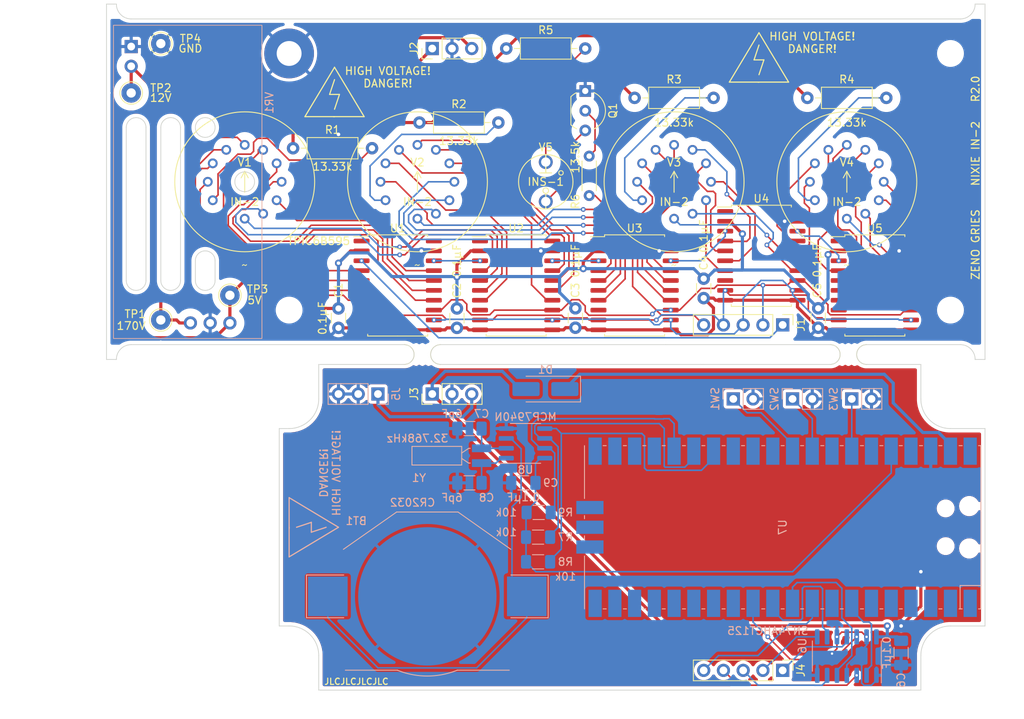
<source format=kicad_pcb>
(kicad_pcb (version 20221018) (generator pcbnew)
  (title_block (title "Nixie IN-8") (date "2023-08-27") (rev "1.0") (comment 2 "creativecommons.org") (comment 3 "Licence: CC BY 4.0") (comment 4 "Author: Zeno Gries"))
  (layers (0 "F.Cu" signal) (31 "B.Cu" signal) (34 "B.Paste" user) (35 "F.Paste" user) (36 "B.SilkS" user "B.Silkscreen") (37 "F.SilkS" user "F.Silkscreen") (38 "B.Mask" user) (39 "F.Mask" user) (44 "Edge.Cuts" user))
  (net 0 "")
  (net 1 "Net-(BT1-+)")
  (net 2 "/MCU_DATA")
  (net 3 "/12V_1")
  (net 4 "/DOT")
  (net 5 "Net-(R1-Pad2)")
  (net 6 "Net-(R2-Pad2)")
  (net 7 "Net-(R3-Pad2)")
  (net 8 "/MFP")
  (net 9 "/SDA")
  (net 10 "/SCL")
  (net 11 "/SWITCH.1")
  (net 12 "/SWITCH.2")
  (net 13 "/SWITCH.3")
  (net 14 "Net-(D1-K)")
  (net 15 "/MCU_DOT")
  (net 16 "/OE")
  (net 17 "Net-(U8-X2)")
  (net 18 "Net-(U8-X1)")
  (net 19 "Net-(J4-Pin_2)")
  (net 20 "/MCU_OE")
  (net 22 "/DATA")
  (net 23 "/CLOCK")
  (net 24 "/LATCH")
  (net 27 "GND2")
  (net 28 "GND1")
  (net 29 "/5V_1")
  (net 30 "/5V_2")
  (net 31 "Net-(Q1-B)")
  (net 32 "Net-(Q1-C)")
  (net 33 "/12V_2")
  (net 35 "/MCU_CLOCK")
  (net 36 "/MCU_LATCH")
  (net 37 "Net-(J4-Pin_3)")
  (net 38 "Net-(J4-Pin_4)")
  (net 39 "/170V")
  (net 40 "/3.3V")
  (net 41 "Net-(U1-DRAIN0)")
  (net 42 "Net-(U1-DRAIN1)")
  (net 43 "Net-(U1-DRAIN2)")
  (net 44 "Net-(U1-DRAIN3)")
  (net 46 "Net-(U1-DRAIN4)")
  (net 47 "Net-(U1-DRAIN6)")
  (net 48 "Net-(U1-DRAIN7)")
  (net 49 "Net-(U1-SEROUT)")
  (net 50 "Net-(U2-DRAIN0)")
  (net 51 "Net-(U2-DRAIN1)")
  (net 52 "Net-(U2-DRAIN2)")
  (net 53 "Net-(U2-DRAIN3)")
  (net 55 "Net-(U2-DRAIN4)")
  (net 56 "Net-(U2-DRAIN6)")
  (net 57 "Net-(U2-DRAIN7)")
  (net 58 "Net-(U2-SEROUT)")
  (net 59 "Net-(U3-DRAIN0)")
  (net 60 "Net-(U3-DRAIN1)")
  (net 61 "Net-(U3-DRAIN2)")
  (net 62 "Net-(U3-DRAIN3)")
  (net 64 "Net-(U3-DRAIN4)")
  (net 65 "Net-(U3-DRAIN6)")
  (net 66 "Net-(U3-DRAIN7)")
  (net 67 "Net-(U3-SEROUT)")
  (net 68 "Net-(U4-DRAIN0)")
  (net 69 "Net-(U4-DRAIN1)")
  (net 70 "Net-(U4-DRAIN2)")
  (net 71 "Net-(U4-DRAIN3)")
  (net 73 "Net-(U4-DRAIN4)")
  (net 74 "Net-(U4-DRAIN6)")
  (net 75 "Net-(U4-DRAIN7)")
  (net 76 "Net-(U4-SEROUT)")
  (net 77 "Net-(R4-Pad2)")
  (net 78 "Net-(R5-Pad2)")
  (net 81 "Net-(U5-DRAIN0)")
  (net 100 "Net-(U5-DRAIN1)")
  (net 101 "Net-(U5-DRAIN2)")
  (net 102 "Net-(U5-DRAIN3)")
  (net 104 "Net-(U5-DRAIN4)")
  (net 105 "Net-(U5-DRAIN6)")
  (net 106 "Net-(U5-DRAIN7)")
  (net 113 "Net-(U1-DRAIN5)")
  (net 114 "Net-(U2-DRAIN5)")
  (net 115 "Net-(U3-DRAIN5)")
  (net 116 "Net-(U4-DRAIN5)")
  (net 117 "Net-(U5-DRAIN5)")
  (net 118 "Net-(J4-Pin_1)")
  (footprint "Panelization:mouse-bite-2.54mm-slot" (layer "F.Cu") (at 173.5582 88.265)
    (fp_text reference "mouse-bite-2.54mm-slot" hide)
    (fp_text value "VAL**" hide)
  )
  (footprint "Capacitor_THT:C_Disc_D3.0mm_W1.6mm_P2.50mm" (layer "F.Cu") (at 123.19 82.336 -90)
    (fp_text reference "C2")
    (fp_text value "0.1µF")
  )
  (footprint "Resistor_THT:R_Axial_DIN0207_L6.3mm_D2.5mm_P10.16mm_Horizontal" (layer "F.Cu") (at 102.108 61.722)
    (fp_text reference "R1")
    (fp_text value "13.33k")
  )
  (footprint "Resistor_THT:R_Axial_DIN0207_L6.3mm_D2.5mm_P10.16mm_Horizontal" (layer "F.Cu") (at 146.05 55.245)
    (fp_text reference "R3")
    (fp_text value "13.33k")
  )
  (footprint "TestPoint:TestPoint_THTPad_D2.5mm_Drill1.2mm" (layer "F.Cu") (at 93.98 80.645)
    (fp_text reference "TP3")
    (fp_text value "5V")
  )
  (footprint "Resistor_THT:R_Axial_DIN0207_L6.3mm_D2.5mm_P10.16mm_Horizontal" (layer "F.Cu") (at 118.364 58.42)
    (fp_text reference "R2")
    (fp_text value "13.33k")
  )
  (footprint "Package_SO:SOIC-20W_7.5x12.8mm_P1.27mm" (layer "F.Cu") (at 115.57 79.375)
    (fp_text reference "U1")
    (fp_text value "TPIC6B595")
  )
  (footprint "Package_SO:SOIC-20W_7.5x12.8mm_P1.27mm" (layer "F.Cu") (at 176.96 79.375)
    (fp_text reference "U5")
    (fp_text value "TPIC6B595")
  )
  (footprint "Package_SO:SOIC-20W_7.5x12.8mm_P1.27mm" (layer "F.Cu") (at 146.05 79.375)
    (fp_text reference "U3")
    (fp_text value "TPIC6B595")
  )
  (footprint "MountingHole:MountingHole_3.2mm_M3" (layer "F.Cu") (at 186.69 82.55)
    (fp_text reference "REF**" hide)
    (fp_text value "MountingHole_3.2mm_M3")
  )
  (footprint "Resistor_THT:R_Axial_DIN0204_L3.6mm_D1.6mm_P5.08mm_Horizontal" (layer "F.Cu") (at 140.208 62.738 -90)
    (fp_text reference "R6")
    (fp_text value "13.5k")
  )
  (footprint "Package_TO_SOT_THT:TO-92_Inline_Wide" (layer "F.Cu") (at 139.7 54.356 -90)
    (fp_text reference "Q1")
    (fp_text value "MPSA42")
  )
  (footprint "Capacitor_THT:C_Disc_D3.0mm_W1.6mm_P2.50mm" (layer "F.Cu") (at 169.672 82.316 -90)
    (fp_text reference "C5")
    (fp_text value "0.1µF")
  )
  (footprint "Panelization:mouse-bite-2.54mm-slot" (layer "F.Cu") (at 118.745 88.265)
    (fp_text reference "mouse-bite-2.54mm-slot" hide)
    (fp_text value "VAL**" hide)
  )
  (footprint "MountingHole:MountingHole_3.2mm_M3" (layer "F.Cu") (at 186.69 49.53)
    (fp_text reference "REF**" hide)
    (fp_text value "MountingHole_3.2mm_M3")
  )
  (footprint "Nixie:IN-2" (layer "F.Cu") (at 151.13 66.04)
    (fp_text reference "V3")
    (fp_text value "~")
  )
  (footprint "Package_SO:SOIC-20W_7.5x12.8mm_P1.27mm" (layer "F.Cu") (at 130.81 79.375)
    (fp_text reference "U2")
    (fp_text value "TPIC6B595")
  )
  (footprint "Connector_PinHeader_2.54mm:PinHeader_1x05_P2.54mm_Vertical" (layer "F.Cu") (at 165.1 84.455 -90)
    (fp_text reference "J1")
    (fp_text value "Conn_01x05_Pin")
  )
  (footprint "Nixie:IN-2" (layer "F.Cu") (at 95.885 66.04)
    (fp_text reference "V1")
    (fp_text value "~")
  )
  (footprint "Connector_PinHeader_2.54mm:PinHeader_1x05_P2.54mm_Vertical" (layer "F.Cu") (at 165.1 128.905 -90)
    (fp_text reference "J4")
    (fp_text value "Conn_01x05_Pin")
  )
  (footprint "TestPoint:TestPoint_THTPad_D2.5mm_Drill1.2mm" (layer "F.Cu") (at 85.09 83.82)
    (fp_text reference "TP1")
    (fp_text value "170V")
  )
  (footprint "TestPoint:TestPoint_THTPad_D2.5mm_Drill1.2mm" (layer "F.Cu") (at 85.09 48.26)
    (fp_text reference "TP4")
    (fp_text value "GND")
  )
  (footprint "Nixie:INS-1" (layer "F.Cu") (at 134.62 66.04)
    (fp_text reference "V5")
    (fp_text value "INS-1")
  )
  (footprint "MountingHole:MountingHole_3.2mm_M3_Pad" (layer "F.Cu") (at 101.6 49.53)
    (fp_text reference "REF**" hide)
    (fp_text value "MountingHole_3.2mm_M3_Pad")
  )
  (footprint "MountingHole:MountingHole_3.2mm_M3" (layer "F.Cu") (at 101.6 82.55)
    (fp_text reference "REF**" hide)
    (fp_text value "MountingHole_3.2mm_M3")
  )
  (footprint "Capacitor_THT:C_Disc_D3.0mm_W1.6mm_P2.50mm" (layer "F.Cu") (at 154.94 78.506 -90)
    (fp_text reference "C4")
    (fp_text value "0.1µF")
  )
  (footprint "Capacitor_THT:C_Disc_D3.0mm_W1.6mm_P2.50mm" (layer "F.Cu") (at 138.43 82.316 -90)
    (fp_text reference "C3")
    (fp_text value "0.1µF")
  )
  (footprint "Package_SO:SOIC-20W_7.5x12.8mm_P1.27mm" (layer "F.Cu") (at 162.355 75.565)
    (fp_text reference "U4")
    (fp_text value "TPIC6B595")
  )
  (footprint "Connector_PinHeader_2.54mm:PinHeader_1x03_P2.54mm_Vertical" (layer "F.Cu") (at 120.015 48.895 90)
    (fp_text reference "J2")
    (fp_text value "Conn_01x03_Pin")
  )
  (footprint "Nixie:IN-2" (layer "F.Cu") (at 173.355 66.04)
    (fp_text reference "V4")
    (fp_text value "~")
  )
  (footprint "Resistor_THT:R_Axial_DIN0207_L6.3mm_D2.5mm_P10.16mm_Horizontal" (layer "F.Cu") (at 129.54 48.895)
    (fp_text reference "R5")
    (fp_text value "230k")
  )
  (footprint "TestPoint:TestPoint_THTPad_D2.5mm_Drill1.2mm" (layer "F.Cu") (at 81.28 54.61)
    (fp_text reference "TP2")
    (fp_text value "12V")
  )
  (footprint "Capacitor_THT:C_Disc_D3.0mm_W1.6mm_P2.50mm" (layer "F.Cu") (at 107.95 82.336 -90)
    (fp_text reference "C1")
    (fp_text value "0.1µF")
  )
  (footprint "Resistor_THT:R_Axial_DIN0207_L6.3mm_D2.5mm_P10.16mm_Horizontal" (layer "F.Cu") (at 168.275 55.245)
    (fp_text reference "R4")
    (fp_text value "13.33k")
  )
  (footprint "Connector_PinHeader_2.54mm:PinHeader_1x03_P2.54mm_Vertical" (layer "F.Cu") (at 120.015 93.345 90)
    (fp_text reference "J3")
    (fp_text value "Conn_01x03_Pin")
  )
  (footprint "Nixie:IN-2" (layer "F.Cu") (at 118.11 66.04)
    (fp_text reference "V2")
    (fp_text value "~")
  )
  (footprint "Capacitor_SMD:C_1206_3216Metric_Pad1.33x1.80mm_HandSolder" (layer "B.Cu") (at 124.8025 104.775 180)
    (fp_text reference "C8")
    (fp_text value "6pF")
  )
  (footprint "Package_SO:SO-14_3.9x8.65mm_P1.27mm" (layer "B.Cu") (at 173.355 127.065 90)
    (fp_text reference "U6")
    (fp_text value "SN74AHCT125")
  )
  (footprint "MCU_RaspberryPi_and_Boards:RPi_Pico_SMD" (layer "B.Cu") (at 165.1 110.49 90)
    (fp_text reference "U7")
    (fp_text value "Pico")
  )
  (footprint "Connector_PinHeader_2.54mm:PinHeader_1x03_P2.54mm_Vertical" (layer "B.Cu") (at 113.03 93.345 90)
    (fp_text reference "J5")
    (fp_text value "Barrel_Jack_Switch")
  )
  (footprint "Capacitor_SMD:C_1206_3216Metric_Pad1.33x1.80mm_HandSolder" (layer "B.Cu") (at 124.8025 97.79 180)
    (fp_text reference "C7")
    (fp_text value "6pF")
  )
  (footprint "Nixie:NIXIE-PSU-2" (layer "B.Cu") (at 87.94 65.416 -90)
    (fp_text reference "VR1")
    (fp_text value "NIXIE PSU")
  )
  (footprint "Capacitor_SMD:C_1206_3216Metric_Pad1.33x1.80mm_HandSolder" (layer "B.Cu") (at 131.7375 104.775 180)
    (fp_text reference "C9")
    (fp_text value "0.1µF")
  )
  (footprint "Resistor_SMD:R_1206_3216Metric_Pad1.30x1.75mm_HandSolder" (layer "B.Cu") (at 133.63 111.76)
    (fp_text reference "R7")
    (fp_text value "10k")
  )
  (footprint "Resistor_SMD:R_1206_3216Metric_Pad1.30x1.75mm_HandSolder" (layer "B.Cu") (at 133.63 114.935)
    (fp_text reference "R8")
    (fp_text value "10k")
  )
  (footprint "Capacitor_SMD:C_1206_3216Metric_Pad1.33x1.80mm_HandSolder" (layer "B.Cu") (at 180.34 126.6575 90)
    (fp_text reference "C6")
    (fp_text value "0.1µF")
  )
  (footprint "Nixie:Crystal_DS26_D2.0mm_L6.0mm_Horizontal_SMT" (layer "B.Cu") (at 125.603 102.235 90)
    (fp_text reference "Y1")
    (fp_text value "32.768kHz")
  )
  (footprint "Connector_PinHeader_2.54mm:PinHeader_1x02_P2.54mm_Vertical" (layer "B.Cu") (at 166.37 93.98 -90)
    (fp_text reference "SW2")
    (fp_text value "SW_SPST")
  )
  (footprint "Diode_SMD:D_SMA_Handsoldering" (layer "B.Cu") (at 134.58 92.71 180)
    (fp_text reference "D1")
    (fp_text value "D")
  )
  (footprint "Battery:BatteryHolder_Keystone_3002_1x2032" (layer "B.Cu") (at 119.38 119.38)
    (fp_text reference "BT1")
    (fp_text value "CR2032")
  )
  (footprint "Connector_PinHeader_2.54mm:PinHeader_1x02_P2.54mm_Vertical" (layer "B.Cu") (at 173.99 93.98 -90)
    (fp_text reference "SW3")
    (fp_text value "SW_SPST")
  )
  (footprint "Resistor_SMD:R_1206_3216Metric_Pad1.30x1.75mm_HandSolder" (layer "B.Cu") (at 133.705 108.585)
    (fp_text reference "R9")
    (fp_text value "10k")
  )
  (footprint "Connector_PinHeader_2.54mm:PinHeader_1x02_P2.54mm_Vertical" (layer "B.Cu") (at 158.75 93.98 -90)
    (fp_text reference "SW1")
    (fp_text value "SW_SPST")
  )
  (footprint "Package_SO:SOIC-8_3.9x4.9mm_P1.27mm" (layer "B.Cu") (at 132.015 99.695)
    (fp_text reference "U8")
    (fp_text value "MCP7940N")
  )
  (gr_line (start 104.4575 111.125) (end 106.3625 110.49) (stroke (width 0.1524)) (layer "B.SilkS"))
  (gr_line (start 107.95 110.49) (end 101.6 114.3) (stroke (width 0.1524)) (layer "B.SilkS"))
  (gr_line (start 104.4575 109.855) (end 104.4575 111.125) (stroke (width 0.1524)) (layer "B.SilkS"))
  (gr_line (start 102.5525 110.49) (end 104.4575 109.855) (stroke (width 0.1524)) (layer "B.SilkS"))
  (gr_line (start 101.6 114.3) (end 101.6 110.49) (stroke (width 0.1524)) (layer "B.SilkS"))
  (gr_line (start 101.6 110.617) (end 101.6 106.68) (stroke (width 0.1524)) (layer "B.SilkS"))
  (gr_line (start 101.6 106.68) (end 107.95 110.49) (stroke (width 0.1524)) (layer "B.SilkS"))
  (gr_line (start 161.417 50.3555) (end 162.687 50.3555) (stroke (width 0.1524)) (layer "F.SilkS"))
  (gr_line (start 106.807 54.8005) (end 108.077 54.8005) (stroke (width 0.1524)) (layer "F.SilkS"))
  (gr_line (start 103.632 57.658) (end 107.442 51.308) (stroke (width 0.1524)) (layer "F.SilkS"))
  (gr_line (start 162.052 53.213) (end 158.242 53.213) (stroke (width 0.1524)) (layer "F.SilkS"))
  (gr_line (start 108.077 54.8005) (end 107.442 56.7055) (stroke (width 0.1524)) (layer "F.SilkS"))
  (gr_line (start 165.862 53.213) (end 161.925 53.213) (stroke (width 0.1524)) (layer "F.SilkS"))
  (gr_line (start 107.442 52.8955) (end 106.807 54.8005) (stroke (width 0.1524)) (layer "F.SilkS"))
  (gr_line (start 158.242 53.213) (end 162.052 46.863) (stroke (width 0.1524)) (layer "F.SilkS"))
  (gr_line (start 162.052 46.863) (end 165.862 53.213) (stroke (width 0.1524)) (layer "F.SilkS"))
  (gr_line (start 162.687 50.3555) (end 162.052 52.2605) (stroke (width 0.1524)) (layer "F.SilkS"))
  (gr_line (start 107.442 57.658) (end 103.632 57.658) (stroke (width 0.1524)) (layer "F.SilkS"))
  (gr_line (start 111.252 57.658) (end 107.315 57.658) (stroke (width 0.1524)) (layer "F.SilkS"))
  (gr_line (start 107.442 51.308) (end 111.252 57.658) (stroke (width 0.1524)) (layer "F.SilkS"))
  (gr_line (start 162.052 48.4505) (end 161.417 50.3555) (stroke (width 0.1524)) (layer "F.SilkS"))
  (gr_line (start 92.075 76.2) (end 92.075 78.74) (stroke (width 0.1)) (layer "Edge.Cuts"))
  (gr_line (start 116.4082 89.535) (end 105.41 89.535) (stroke (width 0.1)) (layer "Edge.Cuts"))
  (gr_line (start 78.105 43.18) (end 78.105 88.9) (stroke (width 0.1)) (layer "Edge.Cuts"))
  (gr_arc (start 105.41 93.98) (mid 104.294077 96.674077) (end 101.6 97.79) (stroke (width 0.1)) (layer "Edge.Cuts"))
  (gr_arc (start 83.185 78.74) (mid 81.915 80.01) (end 80.645 78.74) (stroke (width 0.1)) (layer "Edge.Cuts"))
  (gr_arc (start 81.28 45.085) (mid 79.932962 44.527038) (end 79.375 43.18) (stroke (width 0.1)) (layer "Edge.Cuts"))
  (gr_arc (start 87.63 78.74) (mid 86.36 80.01) (end 85.09 78.74) (stroke (width 0.1)) (layer "Edge.Cuts"))
  (gr_circle (center 90.805 59.055) (end 92.075 59.055) (stroke (width 0.1)) (fill none) (layer "Edge.Cuts"))
  (gr_line (start 121.0818 86.995) (end 150.0632 86.995) (stroke (width 0.1)) (layer "Edge.Cuts"))
  (gr_arc (start 186.69 97.79) (mid 183.995923 96.674077) (end 182.88 93.98) (stroke (width 0.1)) (layer "Edge.Cuts"))
  (gr_circle (center 95.885 66.04) (end 97.155 66.04) (stroke (width 0.1)) (fill none) (layer "Edge.Cuts"))
  (gr_line (start 85.09 59.055) (end 85.09 78.74) (stroke (width 0.1)) (layer "Edge.Cuts"))
  (gr_line (start 100.33 97.79) (end 100.33 123.19) (stroke (width 0.1)) (layer "Edge.Cuts"))
  (gr_line (start 83.185 59.055) (end 83.185 78.74) (stroke (width 0.1)) (layer "Edge.Cuts"))
  (gr_line (start 191.135 88.9) (end 191.135 43.18) (stroke (width 0.1)) (layer "Edge.Cuts"))
  (gr_line (start 105.41 89.535) (end 105.41 93.98) (stroke (width 0.1)) (layer "Edge.Cuts"))
  (gr_line (start 87.63 59.055) (end 87.63 78.74) (stroke (width 0.1)) (layer "Edge.Cuts"))
  (gr_line (start 191.135 123.19) (end 186.69 123.19) (stroke (width 0.1)) (layer "Edge.Cuts"))
  (gr_line (start 150.0632 86.995) (end 171.2214 86.995) (stroke (width 0.1)) (layer "Edge.Cuts"))
  (gr_arc (start 171.2214 86.995) (mid 172.4914 88.265) (end 171.2214 89.535) (stroke (width 0.1)) (layer "Edge.Cuts"))
  (gr_arc (start 92.075 78.74) (mid 90.805 80.01) (end 89.535 78.74) (stroke (width 0.1)) (layer "Edge.Cuts"))
  (gr_line (start 171.2214 89.535) (end 154.7368 89.535) (stroke (width 0.1)) (layer "Edge.Cuts"))
  (gr_arc (start 85.09 59.055) (mid 86.36 57.785) (end 87.63 59.055) (stroke (width 0.1)) (layer "Edge.Cuts"))
  (gr_arc (start 175.895 89.535) (mid 174.625 88.265) (end 175.895 86.995) (stroke (width 0.1)) (layer "Edge.Cuts"))
  (gr_line (start 191.135 97.79) (end 186.69 97.79) (stroke (width 0.1)) (layer "Edge.Cuts"))
  (gr_line (start 154.7368 89.535) (end 121.0818 89.535) (stroke (width 0.1)) (layer "Edge.Cuts"))
  (gr_line (start 191.135 88.9) (end 189.865 88.9) (stroke (width 0.1)) (layer "Edge.Cuts"))
  (gr_line (start 182.88 89.535) (end 175.895 89.535) (stroke (width 0.1)) (layer "Edge.Cuts"))
  (gr_arc (start 89.535 76.2) (mid 90.805 74.93) (end 92.075 76.2) (stroke (width 0.1)) (layer "Edge.Cuts"))
  (gr_line (start 105.41 131.445) (end 105.41 127) (stroke (width 0.1)) (layer "Edge.Cuts"))
  (gr_arc (start 182.88 127) (mid 183.995923 124.305923) (end 186.69 123.19) (stroke (width 0.1)) (layer "Edge.Cuts"))
  (gr_line (start 182.88 93.98) (end 182.88 89.535) (stroke (width 0.1)) (layer "Edge.Cuts"))
  (gr_line (start 81.28 86.995) (end 116.4082 86.995) (stroke (width 0.1)) (layer "Edge.Cuts"))
  (gr_line (start 89.535 76.2) (end 89.535 78.74) (stroke (width 0.1)) (layer "Edge.Cuts"))
  (gr_line (start 191.135 123.19) (end 191.135 97.79) (stroke (width 0.1)) (layer "Edge.Cuts"))
  (gr_arc (start 101.6 123.19) (mid 104.294077 124.305923) (end 105.41 127) (stroke (width 0.1)) (layer "Edge.Cuts"))
  (gr_line (start 79.375 43.18) (end 78.105 43.18) (stroke (width 0.1)) (layer "Edge.Cuts"))
  (gr_line (start 175.895 86.995) (end 187.96 86.995) (stroke (width 0.1)) (layer "Edge.Cuts"))
  (gr_arc (start 187.96 86.995) (mid 189.307038 87.552962) (end 189.865 88.9) (stroke (width 0.1)) (layer "Edge.Cuts"))
  (gr_line (start 105.41 131.445) (end 182.88 131.445) (stroke (width 0.1)) (layer "Edge.Cuts"))
  (gr_arc (start 80.645 59.055) (mid 81.915 57.785) (end 83.185 59.055) (stroke (width 0.1)) (layer "Edge.Cuts"))
  (gr_line (start 100.33 97.79) (end 101.6 97.79) (stroke (width 0.1)) (layer "Edge.Cuts"))
  (gr_arc (start 79.375 88.9) (mid 79.932962 87.552962) (end 81.28 86.995) (stroke (width 0.1)) (layer "Edge.Cuts"))
  (gr_arc (start 116.4082 86.995) (mid 117.6782 88.265) (end 116.4082 89.535) (stroke (width 0.1)) (layer "Edge.Cuts"))
  (gr_arc (start 189.865 43.18) (mid 189.307038 44.527038) (end 187.96 45.085) (stroke (width 0.1)) (layer "Edge.Cuts"))
  (gr_line (start 187.96 45.085) (end 81.28 45.085) (stroke (width 0.1)) (layer "Edge.Cuts"))
  (gr_arc (start 121.0818 89.535) (mid 119.8118 88.265) (end 121.0818 86.995) (stroke (width 0.1)) (layer "Edge.Cuts"))
  (gr_line (start 191.135 43.18) (end 189.865 43.18) (stroke (width 0.1)) (layer "Edge.Cuts"))
  (gr_line (start 80.645 59.055) (end 80.645 78.74) (stroke (width 0.1)) (layer "Edge.Cuts"))
  (gr_line (start 78.105 88.9) (end 79.375 88.9) (stroke (width 0.1)) (layer "Edge.Cuts"))
  (gr_line (start 101.6 123.19) (end 100.33 123.19) (stroke (width 0.1)) (layer "Edge.Cuts"))
  (gr_line (start 182.88 131.445) (end 182.88 127) (stroke (width 0.1)) (layer "Edge.Cuts"))
  (gr_text "HIGH VOLTAGE!\nDANGER!" (at 105.41 103.505 -90) (layer "B.SilkS") (effects (font (size 1 1) (thickness 0.1524)) (justify bottom mirror)))
  (gr_text "NIXIE IN-2" (at 190.5 66.675 90) (layer "F.SilkS") (effects (font (size 1 1) (thickness 0.1524)) (justify left bottom)))
  (gr_text "HIGH VOLTAGE!\nDANGER!" (at 168.91 49.53) (layer "F.SilkS") (effects (font (size 1 1) (thickness 0.1524)) (justify bottom)))
  (gr_text "IN-2" (at 95.885 69.215) (layer "F.SilkS") (effects (font (size 1 1)) (justify bottom)))
  (gr_text "R2.0" (at 190.5 55.88 90) (layer "F.SilkS") (effects (font (size 1 1) (thickness 0.1524)) (justify left bottom)))
  (gr_text "IN-2" (at 151.13 69.215) (layer "F.SilkS") (effects (font (size 1 1)) (justify bottom)))
  (gr_text "IN-2" (at 173.355 69.215) (layer "F.SilkS") (effects (font (size 1 1)) (justify bottom)))
  (gr_text "ZENO GRIES" (at 190.5 78.74 90) (layer "F.SilkS") (effects (font (size 1 1) (thickness 0.1524)) (justify left bottom)))
  (gr_text "JLCJLCJLCJLC" (at 106.045 130.81) (layer "F.SilkS") (effects (font (size 0.8 0.8) (thickness 0.1524) bold) (justify left bottom)))
  (gr_text "IN-2" (at 118.11 69.215) (layer "F.SilkS") (effects (font (size 1 1)) (justify bottom)))
  (gr_text "HIGH VOLTAGE!\nDANGER!" (at 114.3 53.975) (layer "F.SilkS") (effects (font (size 1 1) (thickness 0.1524)) (justify bottom)))
  (segment (start 129.54 99.06) (end 130.125 99.06) (width 0.2032) (layer "B.Cu") (net 1))
  (segment (start 106.58 119.38) (end 106.58 122.1332) (width 0.2032) (layer "B.Cu") (net 1))
  (segment (start 106.58 122.1332) (end 113.0316 128.5848) (width 0.2032) (layer "B.Cu") (net 1))
  (segment (start 130.275 117.475) (end 132.18 119.38) (width 0.2032) (layer "B.Cu") (net 1))
  (segment (start 125.7284 128.5848) (end 132.18 122.1332) (width 0.2032) (layer "B.Cu") (net 1))
  (segment (start 132.18 122.1332) (end 132.18 119.38) (width 0.2032) (layer "B.Cu") (net 1))
  (segment (start 131.445 100.38) (end 131.445 106.68) (width 0.2032) (layer "B.Cu") (net 1))
  (segment (start 130.275 107.85) (end 130.275 117.475) (width 0.2032) (layer "B.Cu") (net 1))
  (segment (start 113.0316 128.5848) (end 125.7284 128.5848) (width 0.2032) (layer "B.Cu") (net 1))
  (segment (start 131.445 106.68) (end 130.275 107.85) (width 0.2032) (layer "B.Cu") (net 1))
  (segment (start 130.125 99.06) (end 131.445 100.38) (width 0.2032) (layer "B.Cu") (net 1))
  (segment (start 163.195 124.589782) (end 166.113218 127.508) (width 0.2032) (layer "F.Cu") (net 2))
  (segment (start 166.113218 127.508) (end 171.707 127.508) (width 0.2032) (layer "F.Cu") (net 2))
  (segment (start 171.707 127.508) (end 174.625 124.59) (width 0.2032) (layer "F.Cu") (net 2))
  (via (at 174.625 124.59) (size 0.6096) (drill 0.3048) (layers "F.Cu" "B.Cu") (net 2))
  (via (at 163.195 124.589782) (size 0.6096) (drill 0.3048) (layers "F.Cu" "B.Cu") (net 2))
  (segment (start 163.195 124.589782) (end 161.29 122.684782) (width 0.2032) (layer "B.Cu") (net 2))
  (segment (start 161.29 122.684782) (end 161.29 119.38) (width 0.2032) (layer "B.Cu") (net 2))
  (segment (start 114.3 47.498) (end 123.698 47.498) (width 0.4064) (layer "F.Cu") (net 3))
  (segment (start 104.648 53.594) (end 106.934 51.308) (width 0.4064) (layer "F.Cu") (net 3))
  (segment (start 106.934 51.308) (end 110.49 51.308) (width 0.4064) (layer "F.Cu") (net 3))
  (segment (start 110.49 51.308) (end 114.3 47.498) (width 0.4064) (layer "F.Cu") (net 3))
  (segment (start 81.28 54.61) (end 81.28 51.181) (width 0.4064) (layer "F.Cu") (net 3))
  (segment (start 123.698 47.498) (end 125.095 48.895) (width 0.4064) (layer "F.Cu") (net 3))
  (segment (start 81.28 51.181) (end 83.693 53.594) (width 0.4064) (layer "F.Cu") (net 3))
  (segment (start 83.693 53.594) (end 104.648 53.594) (width 0.4064) (layer "F.Cu") (net 3))
  (segment (start 154.94 84.455) (end 153.7002 83.2152) (width 0.2032) (layer "F.Cu") (net 4))
  (segment (start 145.796 79.502) (end 145.796 72.644) (width 0.2032) (layer "F.Cu") (net 4))
  (segment (start 153.7002 83.2152) (end 149.5092 83.2152) (width 0.2032) (layer "F.Cu") (net 4))
  (segment (start 149.5092 83.2152) (end 145.796 79.502) (width 0.2032) (layer "F.Cu") (net 4))
  (segment (start 145.796 72.644) (end 140.97 67.818) (width 0.2032) (layer "F.Cu") (net 4))
  (segment (start 140.97 67.818) (end 140.208 67.818) (width 0.2032) (layer "F.Cu") (net 4))
  (segment (start 97.536 60.452) (end 97.028 60.96) (width 0.2032) (layer "F.Cu") (net 5))
  (segment (start 94.996 62.484) (end 92.456 65.024) (width 0.2032) (layer "F.Cu") (net 5))
  (segment (start 112.268 61.722) (end 110.744 63.246) (width 0.2032) (layer "F.Cu") (net 5))
  (segment (start 96.663481 62.484) (end 94.996 62.484) (width 0.2032) (layer "F.Cu") (net 5))
  (segment (start 110.744 63.246) (end 101.6 63.246) (width 0.2032) (layer "F.Cu") (net 5))
  (segment (start 97.028 62.119481) (end 96.663481 62.484) (width 0.2032) (layer "F.Cu") (net 5))
  (segment (start 97.028 60.96) (end 97.028 62.119481) (width 0.2032) (layer "F.Cu") (net 5))
  (segment (start 92.456 65.024) (end 92.456 67.734) (width 0.2032) (layer "F.Cu") (net 5))
  (segment (start 101.6 63.246) (end 98.806 60.452) (width 0.2032) (layer "F.Cu") (net 5))
  (segment (start 98.806 60.452) (end 97.536 60.452) (width 0.2032) (layer "F.Cu") (net 5))
  (segment (start 92.456 67.734) (end 91.775 68.415) (width 0.2032) (layer "F.Cu") (net 5))
  (segment (start 112.014 67.818) (end 112.611 68.415) (width 0.2032) (layer "B.Cu") (net 6))
  (segment (start 112.014 64.008) (end 112.014 67.818) (width 0.2032) (layer "B.Cu") (net 6))
  (segment (start 127 59.944) (end 116.078 59.944) (width 0.2032) (layer "B.Cu") (net 6))
  (segment (start 116.078 59.944) (end 112.014 64.008) (width 0.2032) (layer "B.Cu") (net 6))
  (segment (start 112.611 68.415) (end 114 68.415) (width 0.2032) (layer "B.Cu") (net 6))
  (segment (start 128.524 58.42) (end 127 59.944) (width 0.2032) (layer "B.Cu") (net 6))
  (segment (start 156.21 55.245) (end 152.527 55.245) (width 0.2032) (layer "B.Cu") (net 7))
  (segment (start 144.78 62.992) (end 144.78 67.31) (width 0.2032) (layer "B.Cu") (net 7))
  (segment (start 144.78 67.31) (end 145.885 68.415) (width 0.2032) (layer "B.Cu") (net 7))
  (segment (start 145.885 68.415) (end 147.02 68.415) (width 0.2032) (layer "B.Cu") (net 7))
  (segment (start 152.527 55.245) (end 144.78 62.992) (width 0.2032) (layer "B.Cu") (net 7))
  (segment (start 150.495 96.52) (end 151.13 97.155) (width 0.2032) (layer "B.Cu") (net 8))
  (segment (start 149.795977 96.52) (end 150.495 96.52) (width 0.2032) (layer "B.Cu") (net 8))
  (segment (start 148.604023 96.52) (end 148.638823 96.5548) (width 0.2032) (layer "B.Cu") (net 8))
  (segment (start 135.255 108.585) (end 135.7698 108.0702) (width 0.2032) (layer "B.Cu") (net 8))
  (segment (start 135.7698 108.0702) (end 135.7698 100.962835) (width 0.2032) (layer "B.Cu") (net 8))
  (segment (start 151.13 97.155) (end 151.13 101.6) (width 0.2032) (layer "B.Cu") (net 8))
  (segment (start 148.638823 96.5548) (end 149.761177 96.5548) (width 0.2032) (layer "B.Cu") (net 8))
  (segment (start 132.8038 97.28328) (end 133.56708 96.52) (width 0.2032) (layer "B.Cu") (net 8))
  (segment (start 133.911408 100.33) (end 132.8038 99.222392) (width 0.2032) (layer "B.Cu") (net 8))
  (segment (start 133.56708 96.52) (end 148.604023 96.52) (width 0.2032) (layer "B.Cu") (net 8))
  (segment (start 135.7698 100.962835) (end 135.136965 100.33) (width 0.2032) (layer "B.Cu") (net 8))
  (segment (start 149.761177 96.5548) (end 149.795977 96.52) (width 0.2032) (layer "B.Cu") (net 8))
  (segment (start 134.49 100.33) (end 133.911408 100.33) (width 0.2032) (layer "B.Cu") (net 8))
  (segment (start 132.8038 99.222392) (end 132.8038 97.28328) (width 0.2032) (layer "B.Cu") (net 8))
  (segment (start 135.136965 100.33) (end 134.49 100.33) (width 0.2032) (layer "B.Cu") (net 8))
  (segment (start 146.9846 98.425) (end 147.32 98.7604) (width 0.2032) (layer "B.Cu") (net 9))
  (segment (start 147.6112 103.1612) (end 154.6488 103.1612) (width 0.2032) (layer "B.Cu") (net 9))
  (segment (start 147.32 102.87) (end 147.6112 103.1612) (width 0.2032) (layer "B.Cu") (net 9))
  (segment (start 154.6488 103.1612) (end 156.21 101.6) (width 0.2032) (layer "B.Cu") (net 9))
  (segment (start 136.6162 98.425) (end 136.6162 113.300304) (width 0.2032) (layer "B.Cu") (net 9))
  (segment (start 134.49 97.79) (end 135.9812 97.79) (width 0.2032) (layer "B.Cu") (net 9))
  (segment (start 147.32 98.7604) (end 147.32 102.87) (width 0.2032) (layer "B.Cu") (net 9))
  (segment (start 135.9812 97.79) (end 136.6162 98.425) (width 0.2032) (layer "B.Cu") (net 9))
  (segment (start 135.18 114.736504) (end 135.18 114.935) (width 0.2032) (layer "B.Cu") (net 9))
  (segment (start 136.6162 98.425) (end 146.9846 98.425) (width 0.2032) (layer "B.Cu") (net 9))
  (segment (start 136.6162 113.300304) (end 135.18 114.736504) (width 0.2032) (layer "B.Cu") (net 9))
  (segment (start 135.18 111.534402) (end 135.18 111.76) (width 0.2032) (layer "B.Cu") (net 10))
  (segment (start 149.225 97.155) (end 149.86 97.79) (width 0.2032) (layer "B.Cu") (net 10))
  (segment (start 152.5152 102.7548) (end 153.67 101.6) (width 0.2032) (layer "B.Cu") (net 10))
  (segment (start 133.911408 99.06) (end 133.2102 98.358792) (width 0.2032) (layer "B.Cu") (net 10))
  (segment (start 136.2098 100.1418) (end 136.2098 110.504602) (width 0.2032) (layer "B.Cu") (net 10))
  (segment (start 133.2102 97.451616) (end 133.506816 97.155) (width 0.2032) (layer "B.Cu") (net 10))
  (segment (start 149.86 97.79) (end 149.86 102.6396) (width 0.2032) (layer "B.Cu") (net 10))
  (segment (start 133.2102 98.358792) (end 133.2102 97.451616) (width 0.2032) (layer "B.Cu") (net 10))
  (segment (start 149.9752 102.7548) (end 152.5152 102.7548) (width 0.2032) (layer "B.Cu") (net 10))
  (segment (start 133.506816 97.155) (end 149.225 97.155) (width 0.2032) (layer "B.Cu") (net 10))
  (segment (start 134.49 99.06) (end 135.128 99.06) (width 0.2032) (layer "B.Cu") (net 10))
  (segment (start 135.128 99.06) (end 136.2098 100.1418) (width 0.2032) (layer "B.Cu") (net 10))
  (segment (start 149.86 102.6396) (end 149.9752 102.7548) (width 0.2032) (layer "B.Cu") (net 10))
  (segment (start 134.49 99.06) (end 133.911408 99.06) (width 0.2032) (layer "B.Cu") (net 10))
  (segment (start 136.2098 110.504602) (end 135.18 111.534402) (width 0.2032) (layer "B.Cu") (net 10))
  (segment (start 166.37 99.7992) (end 162.3288 95.758) (width 0.2032) (layer "B.Cu") (net 11))
  (segment (start 166.37 101.6) (end 166.37 99.7992) (width 0.2032) (layer "B.Cu") (net 11))
  (segment (start 162.3288 95.758) (end 160.528 95.758) (width 0.2032) (layer "B.Cu") (net 11))
  (segment (start 160.528 95.758) (end 158.75 93.98) (width 0.2032) (layer "B.Cu") (net 11))
  (segment (start 168.91 96.52) (end 168.91 101.6) (width 0.2032) (layer "B.Cu") (net 12))
  (segment (start 166.37 93.98) (end 168.91 96.52) (width 0.2032) (layer "B.Cu") (net 12))
  (segment (start 173.99 93.98) (end 173.99 101.6) (width 0.2032) (layer "B.Cu") (net 13))
  (segment (start 137.08 92.71) (end 138.985 90.805) (width 0.4064) (layer "B.Cu") (net 14))
  (segment (start 185.1608 98.298) (end 186.69 99.8272) (width 0.4064) (layer "B.Cu") (net 14))
  (segment (start 186.69 99.8272) (end 186.69 101.6) (width 0.4064) (layer "B.Cu") (net 14))
  (segment (start 178.181 90.805) (end 179.324 91.948) (width 0.4064) (layer "B.Cu") (net 14))
  (segment (start 179.324 94.488) (end 183.134 98.298) (width 0.4064) (layer "B.Cu") (net 14))
  (segment (start 138.985 90.805) (end 178.181 90.805) (width 0.4064) (layer "B.Cu") (net 14))
  (segment (start 179.324 91.948) (end 179.324 94.488) (width 0.4064) (layer "B.Cu") (net 14))
  (segment (start 183.134 98.298) (end 185.1608 98.298) (width 0.4064) (layer "B.Cu") (net 14))
  (segment (start 168.91 122.174) (end 168.91 119.38) (width 0.2032) (layer "B.Cu") (net 15))
  (segment (start 154.94 128.905) (end 156.845 127) (width 0.2032) (layer "B.Cu") (net 15))
  (segment (start 161.925 127) (end 165.989 122.936) (width 0.2032) (layer "B.Cu") (net 15))
  (segment (start 168.148 122.936) (end 168.91 122.174) (width 0.2032) (layer "B.Cu") (net 15))
  (segment (start 156.845 127) (end 161.925 127) (width 0.2032) (layer "B.Cu") (net 15))
  (segment (start 165.989 122.936) (end 168.148 122.936) (width 0.2032) (layer "B.Cu") (net 15))
  (segment (start 155.2396 128.905) (end 154.94 128.905) (width 0.2032) (layer "B.Cu") (net 15))
  (segment (start 137.003788 83.566) (end 139.954 83.566) (width 0.2032) (layer "F.Cu") (net 16))
  (segment (start 139.954 83.566) (end 140.208 83.82) (width 0.2032) (layer "F.Cu") (net 16))
  (segment (start 112.1988 83.2152) (end 121.3152 83.2152) (width 0.2032) (layer "F.Cu") (net 16))
  (segment (start 126.16 83.82) (end 127.762 83.82) (width 0.2032) (layer "F.Cu") (net 16))
  (segment (start 168.402 80.8688) (end 168.402 82.608424) (width 0.2032) (layer "F.Cu") (net 16))
  (segment (start 128.3668 83.2152) (end 136.652988 83.2152) (width 0.2032) (layer "F.Cu") (net 16))
  (segment (start 121.3152 83.2152) (end 121.8312 83.7312) (width 0.2032) (layer "F.Cu") (net 16))
  (segment (start 170.434 83.82) (end 172.31 83.82) (width 0.2032) (layer "F.Cu") (net 16))
  (segment (start 121.8312 83.7312) (end 126.0712 83.7312) (width 0.2032) (layer "F.Cu") (net 16))
  (segment (start 136.652988 83.2152) (end 137.003788 83.566) (width 0.2032) (layer "F.Cu") (net 16))
  (segment (start 169.341049 83.547473) (end 170.161473 83.547473) (width 0.2032) (layer "F.Cu") (net 16))
  (segment (start 126.0712 83.7312) (end 126.16 83.82) (width 0.2032) (layer "F.Cu") (net 16))
  (segment (start 127.762 83.82) (end 128.3668 83.2152) (width 0.2032) (layer "F.Cu") (net 16))
  (segment (start 168.402 82.608424) (end 169.341049 83.547473) (width 0.2032) (layer "F.Cu") (net 16))
  (segment (start 140.208 83.82) (end 141.4 83.82) (width 0.2032) (layer "F.Cu") (net 16))
  (segment (start 111.594 83.82) (end 112.1988 83.2152) (width 0.2032) (layer "F.Cu") (net 16))
  (segment (start 168.148 80.6148) (end 168.402 80.8688) (width 0.2032) (layer "F.Cu") (net 16))
  (segment (start 141.4 83.82) (end 148.844 83.82) (width 0.2032) (layer "F.Cu") (net 16))
  (segment (start 170.161473 83.547473) (end 170.434 83.82) (width 0.2032) (layer "F.Cu") (net 16))
  (segment (start 158.3098 80.6148) (end 168.148 80.6148) (width 0.2032) (layer "F.Cu") (net 16))
  (segment (start 157.705 80.01) (end 158.3098 80.6148) (width 0.2032) (layer "F.Cu") (net 16))
  (segment (start 110.92 83.82) (end 111.594 83.82) (width 0.2032) (layer "F.Cu") (net 16))
  (via (at 148.844 83.82) (size 0.6096) (drill 0.3048) (layers "F.Cu" "B.Cu") (net 16))
  (via (at 157.705 80.01) (size 0.6096) (drill 0.3048) (layers "F.Cu" "B.Cu") (net 16))
  (segment (start 157.48 84.455) (end 157.48 80.235) (width 0.2032) (layer "B.Cu") (net 16))
  (segment (start 156.1846 83.1596) (end 157.48 84.455) (width 0.2032) (layer "B.Cu") (net 16))
  (segment (start 149.5044 83.1596) (end 156.1846 83.1596) (width 0.2032) (layer "B.Cu") (net 16))
  (segment (start 148.844 83.82) (end 149.5044 83.1596) (width 0.2032) (layer "B.Cu") (net 16))
  (segment (start 157.48 80.235) (end 157.705 80.01) (width 0.2032) (layer "B.Cu") (net 16))
  (segment (start 126.365 100.33) (end 126.365 97.79) (width 0.2032) (layer "B.Cu") (net 17))
  (segment (start 129.54 100.33) (end 126.365 100.33) (width 0.2032) (layer "B.Cu") (net 17))
  (segment (start 128.22 102.235) (end 126.365 102.235) (width 0.2032) (layer "B.Cu") (net 18))
  (segment (start 128.855 101.6) (end 128.22 102.235) (width 0.2032) (layer "B.Cu") (net 18))
  (segment (start 129.54 101.6) (end 128.855 101.6) (width 0.2032) (layer "B.Cu") (net 18))
  (segment (start 126.365 102.235) (end 126.365 104.775) (width 0.2032) (layer "B.Cu") (net 18))
  (segment (start 166.875 124.59) (end 169.545 124.59) (width 0.2032) (layer "B.Cu") (net 19))
  (segment (start 162.56 128.905) (end 166.875 124.59) (width 0.2032) (layer "B.Cu") (net 19))
  (segment (start 175.895 128.905) (end 176.53 128.27) (width 0.2032) (layer "B.Cu") (net 20))
  (segment (start 176.233384 122.682) (end 175.514 122.682) (width 0.2032) (layer "B.Cu") (net 20))
  (segment (start 175.895 129.54) (end 175.895 128.905) (width 0.2032) (layer "B.Cu") (net 20))
  (segment (start 175.514 122.682) (end 173.99 121.158) (width 0.2032) (layer "B.Cu") (net 20))
  (segment (start 176.53 122.978616) (end 176.233384 122.682) (width 0.2032) (layer "B.Cu") (net 20))
  (segment (start 173.99 121.158) (end 173.99 119.38) (width 0.2032) (layer "B.Cu") (net 20))
  (segment (start 176.53 128.27) (end 176.53 122.978616) (width 0.2032) (layer "B.Cu") (net 20))
  (via (at 110.92 76.2) (size 0.6096) (drill 0.3048) (layers "F.Cu" "B.Cu") (net 22))
  (segment (start 165.1 84.455) (end 163.449 86.106) (width 0.2032) (layer "B.Cu") (net 22))
  (segment (start 163.449 86.106) (end 120.826 86.106) (width 0.2032) (layer "B.Cu") (net 22))
  (segment (start 120.826 86.106) (end 110.92 76.2) (width 0.2032) (layer "B.Cu") (net 22))
  (segment (start 139.7 82.023576) (end 139.7 82.737264) (width 0.2032) (layer "F.Cu") (net 23))
  (segment (start 170.927 81.852553) (end 170.927 82.835184) (width 0.2032) (layer "F.Cu") (net 23))
  (segment (start 124.46 81.788) (end 124.46 82.55) (width 0.2032) (layer "F.Cu") (net 23))
  (segment (start 127.4112 83.1548) (end 128.016 82.55) (width 0.2032) (layer "F.Cu") (net 23))
  (segment (start 167.005 78.74) (end 167.814447 78.74) (width 0.2032) (layer "F.Cu") (net 23))
  (segment (start 180.2432 83.1548) (end 180.848 82.55) (width 0.2032) (layer "F.Cu") (net 23))
  (segment (start 148.1788 83.2152) (end 148.336 83.058) (width 0.2032) (layer "F.Cu") (net 23))
  (segment (start 138.887624 81.2112) (end 139.7 82.023576) (width 0.2032) (layer "F.Cu") (net 23))
  (segment (start 122.477194 81.2312) (end 123.9032 81.2312) (width 0.2032) (layer "F.Cu") (net 23))
  (segment (start 167.814447 78.74) (end 170.927 81.852553) (width 0.2032) (layer "F.Cu") (net 23))
  (segment (start 128.016 82.55) (end 135.46 82.55) (width 0.2032) (layer "F.Cu") (net 23))
  (segment (start 120.22 82.55) (end 121.158394 82.55) (width 0.2032) (layer "F.Cu") (net 23))
  (segment (start 125.0648 83.1548) (end 127.4112 83.1548) (width 0.2032) (layer "F.Cu") (net 23))
  (segment (start 170.927 82.835184) (end 171.246616 83.1548) (width 0.2032) (layer "F.Cu") (net 23))
  (segment (start 156.702016 79.3448) (end 162.56 79.3448) (width 0.2032) (layer "F.Cu") (net 23))
  (segment (start 136.633576 82.55) (end 137.972376 81.2112) (width 0.2032) (layer "F.Cu") (net 23))
  (segment (start 165.7017 79.3448) (end 166.3065 78.74) (width 0.2032) (layer "F.Cu") (net 23))
  (segment (start 121.158394 82.55) (end 122.477194 81.2312) (width 0.2032) (layer "F.Cu") (net 23))
  (segment (start 156.290816 79.756) (end 156.702016 79.3448) (width 0.2032) (layer "F.Cu") (net 23))
  (segment (start 124.46 82.55) (end 125.0648 83.1548) (width 0.2032) (layer "F.Cu") (net 23))
  (segment (start 140.177936 83.2152) (end 148.1788 83.2152) (width 0.2032) (layer "F.Cu") (net 23))
  (segment (start 166.3065 78.74) (end 167.005 78.74) (width 0.2032) (layer "F.Cu") (net 23))
  (segment (start 151.833576 82.55) (end 154.627576 79.756) (width 0.2032) (layer "F.Cu") (net 23))
  (segment (start 139.7 82.737264) (end 140.177936 83.2152) (width 0.2032) (layer "F.Cu") (net 23))
  (segment (start 123.9032 81.2312) (end 124.46 81.788) (width 0.2032) (layer "F.Cu") (net 23))
  (segment (start 137.972376 81.2112) (end 138.887624 81.2112) (width 0.2032) (layer "F.Cu") (net 23))
  (segment (start 135.46 82.55) (end 136.633576 82.55) (width 0.2032) (layer "F.Cu") (net 23))
  (segment (start 150.7 82.55) (end 151.833576 82.55) (width 0.2032) (layer "F.Cu") (net 23))
  (segment (start 171.246616 83.1548) (end 180.2432 83.1548) (width 0.2032) (layer "F.Cu") (net 23))
  (segment (start 154.627576 79.756) (end 156.290816 79.756) (width 0.2032) (layer "F.Cu") (net 23))
  (segment (start 180.848 82.55) (end 181.61 82.55) (width 0.2032) (layer "F.Cu") (net 23))
  (segment (start 162.56 79.3448) (end 165.7017 79.3448) (width 0.2032) (layer "F.Cu") (net 23))
  (via (at 162.56 79.3448) (size 0.6096) (drill 0.3048) (layers "F.Cu" "B.Cu") (net 23))
  (via (at 150.7 82.55) (size 0.6096) (drill 0.3048) (layers "F.Cu" "B.Cu") (net 23))
  (via (at 148.336 83.058) (size 0.6096) (drill 0.3048) (layers "F.Cu" "B.Cu") (net 23))
  (segment (start 148.336 83.058) (end 148.844 82.55) (width 0.2032) (layer "B.Cu") (net 23))
  (segment (start 148.844 82.55) (end 150.7 82.55) (width 0.2032) (layer "B.Cu") (net 23))
  (segment (start 162.56 84.455) (end 162.56 79.3448) (width 0.2032) (layer "B.Cu") (net 23))
  (segment (start 120.2351 83.8243) (end 120.2243 83.8243) (width 0.2032) (layer "F.Cu") (net 24))
  (segment (start 120.2243 83.8243) (end 120.22 83.82) (width 0.2032) (layer "F.Cu") (net 24))
  (via (at 135.46 83.8243) (size 0.6096) (drill 0.3048) (layers "F.Cu" "B.Cu") (net 24))
  (via (at 120.2351 83.8243) (size 0.6096) (drill 0.3048) (layers "F.Cu" "B.Cu") (net 24))
  (via (at 150.7 83.8243) (size 0.6096) (drill 0.3048) (layers "F.Cu" "B.Cu") (net 24))
  (via (at 181.61 83.82) (size 0.6096) (drill 0.3048) (layers "F.Cu" "B.Cu") (net 24))
  (via (at 166.377235 80.0057) (size 0.6096) (drill 0.3048) (layers "F.Cu" "B.Cu") (net 24))
  (segment (start 147.873095 83.7112) (end 135.5731 83.7112) (width 0.2032) (layer "B.Cu") (net 24))
  (segment (start 160.02 81.022695) (end 162.307495 78.7352) (width 0.2032) (layer "B.Cu") (net 24))
  (segment (start 160.02 84.455) (end 160.02 81.022695) (width 0.2032) (layer "B.Cu") (net 24))
  (segment (start 166.377235 80.0057) (end 166.377235 80.583659) (width 0.2032) (layer "B.Cu") (net 24))
  (segment (start 150.7 83.8243) (end 149.81235 83.8243) (width 0.2032) (layer "B.Cu") (net 24))
  (segment (start 169.504776 83.7112) (end 179.9772 83.7112) (width 0.2032) (layer "B.Cu") (net 24))
  (segment (start 121.666 83.82) (end 121.7548 83.7312) (width 0.2032) (layer "B.Cu") (net 24))
  (segment (start 120.2351 83.8243) (end 120.2394 83.82) (width 0.2032) (layer "B.Cu") (net 24))
  (segment (start 149.20705 84.4296) (end 148.591495 84.4296) (width 0.2032) (layer "B.Cu") (net 24))
  (segment (start 120.2394 83.82) (end 121.666 83.82) (width 0.2032) (layer "B.Cu") (net 24))
  (segment (start 165.106735 78.7352) (end 166.377235 80.0057) (width 0.2032) (layer "B.Cu") (net 24))
  (segment (start 162.307495 78.7352) (end 165.106735 78.7352) (width 0.2032) (layer "B.Cu") (net 24))
  (segment (start 151.435336 85.6098) (end 158.8652 85.6098) (width 0.2032) (layer "B.Cu") (net 24))
  (segment (start 135.3669 83.7312) (end 135.46 83.8243) (width 0.2032) (layer "B.Cu") (net 24))
  (segment (start 149.81235 83.8243) (end 149.20705 84.4296) (width 0.2032) (layer "B.Cu") (net 24))
  (segment (start 158.8652 85.6098) (end 160.02 84.455) (width 0.2032) (layer "B.Cu") (net 24))
  (segment (start 150.7 84.874464) (end 151.435336 85.6098) (width 0.2032) (layer "B.Cu") (net 24))
  (segment (start 148.591495 84.4296) (end 147.873095 83.7112) (width 0.2032) (layer "B.Cu") (net 24))
  (segment (start 180.086 83.82) (end 181.61 83.82) (width 0.2032) (layer "B.Cu") (net 24))
  (segment (start 135.5731 83.7112) (end 135.46 83.8243) (width 0.2032) (layer "B.Cu") (net 24))
  (segment (start 121.7548 83.7312) (end 135.3669 83.7312) (width 0.2032) (layer "B.Cu") (net 24))
  (segment (start 150.7 83.8243) (end 150.7 84.874464) (width 0.2032) (layer "B.Cu") (net 24))
  (segment (start 166.377235 80.583659) (end 169.504776 83.7112) (width 0.2032) (layer "B.Cu") (net 24))
  (segment (start 179.9772 83.7112) (end 180.086 83.82) (width 0.2032) (layer "B.Cu") (net 24))
  (segment (start 182.88 120.65) (end 182.88 116.205) (width 0.4064) (layer "F.Cu") (net 27))
  (segment (start 175.2854 123.9804) (end 175.895 124.59) (width 0.2032) (layer "F.Cu") (net 27))
  (segment (start 172.693244 123.9804) (end 175.2854 123.9804) (width 0.2032) (layer "F.Cu") (net 27))
  (segment (start 172.080672 126.115328) (end 171.45 126.746) (width 0.2032) (layer "F.Cu") (net 27))
  (segment (start 180.34 123.19) (end 182.88 120.65) (width 0.4064) (layer "F.Cu") (net 27))
  (segment (start 172.080672 124.592972) (end 172.080672 126.115328) (width 0.2032) (layer "F.Cu") (net 27))
  (segment (start 172.080672 124.592972) (end 172.693244 123.9804) (width 0.2032) (layer "F.Cu") (net 27))
  (via (at 180.34 123.19) (size 0.9144) (drill 0.4572) (layers "F.Cu" "B.Cu") (net 27))
  (via (at 172.080672 124.592972) (size 0.6096) (drill 0.3048) (layers "F.Cu" "B.Cu") (net 27))
  (via (at 182.88 116.205) (size 0.9144) (drill 0.4572) (layers "F.Cu" "B.Cu") (net 27))
  (via (at 175.895 124.59) (size 0.6096) (drill 0.3048) (layers "F.Cu" "B.Cu") (net 27))
  (via (at 171.45 126.746) (size 0.6096) (drill 0.3048) (layers "F.Cu" "B.Cu") (net 27))
  (segment (start 175.556616 130.8198) (end 176.5202 130.8198) (width 0.2032) (layer "B.Cu") (net 27))
  (segment (start 174.785368 126.779368) (end 175.26 127.254) (width 0.2032) (layer "B.Cu") (net 27))
  (segment (start 175.895 125.669736) (end 175.895 124.59) (width 0.2032) (layer "B.Cu") (net 27))
  (segment (start 175.26 130.523184) (end 175.556616 130.8198) (width 0.2032) (layer "B.Cu") (net 27))
  (segment (start 174.785368 126.779368) (end 175.895 125.669736) (width 0.2032) (layer "B.Cu") (net 27))
  (segment (start 177.165 130.175) (end 177.165 129.54) (width 0.2032) (layer "B.Cu") (net 27))
  (segment (start 173.355 128.209736) (end 174.785368 126.779368) (width 0.2032) (layer "B.Cu") (net 27))
  (segment (start 172.085 124.59) (end 172.083644 124.59) (width 0.2032) (layer "B.Cu") (net 27))
  (segment (start 172.083644 124.59) (end 172.080672 124.592972) (width 0.2032) (layer "B.Cu") (net 27))
  (segment (start 173.355 129.54) (end 173.355 128.209736) (width 0.2032) (layer "B.Cu") (net 27))
  (segment (start 175.26 127.254) (end 175.26 130.523184) (width 0.2032) (layer "B.Cu") (net 27))
  (segment (start 176.5202 130.8198) (end 177.165 130.175) (width 0.2032) (layer "B.Cu") (net 27))
  (segment (start 123.19 84.836) (end 124.46 84.836) (width 0.4064) (layer "F.Cu") (net 28))
  (segment (start 172.31 85.09) (end 181.61 85.09) (width 0.4064) (layer "F.Cu") (net 28))
  (segment (start 156.1964 82.2624) (end 156.1964 84.975418) (width 0.4064) (layer "F.Cu") (net 28))
  (segment (start 138.43 84.816) (end 139.68 84.816) (width 0.4064) (layer "F.Cu") (net 28))
  (segment (start 120.22 85.09) (end 121.666 85.09) (width 0.4064) (layer "F.Cu") (net 28))
  (segment (start 170.668 84.816) (end 170.942 85.09) (width 0.4064) (layer "F.Cu") (net 28))
  (segment (start 141.4 85.09) (end 150.7 85.09) (width 0.4064) (layer "F.Cu") (net 28))
  (segment (start 167.005 81.28) (end 167.005 82.149) (width 0.4064) (layer "F.Cu") (net 28))
  (segment (start 124.46 84.836) (end 124.714 85.09) (width 0.4064) (layer "F.Cu") (net 28))
  (segment (start 121.92 84.836) (end 123.19 84.836) (width 0.4064) (layer "F.Cu") (net 28))
  (segment (start 135.46 74.93) (end 133.985 74.93) (width 0.4064) (layer "F.Cu") (net 28))
  (segment (start 151.384 85.09) (end 150.7 85.09) (width 0.4064) (layer "F.Cu") (net 28))
  (segment (start 124.714 85.09) (end 126.16 85.09) (width 0.4064) (layer "F.Cu") (net 28))
  (segment (start 109.474 85.09) (end 110.92 85.09) (width 0.4064) (layer "F.Cu") (net 28))
  (segment (start 110.92 85.09) (end 120.22 85.09) (width 0.4064) (layer "F.Cu") (net 28))
  (segment (start 154.94 81.006) (end 156.19 81.006) (width 0.4064) (layer "F.Cu") (net 28))
  (segment (start 167.005 82.149) (end 169.672 84.816) (width 0.4064) (layer "F.Cu") (net 28))
  (segment (start 139.68 84.816) (end 139.954 85.09) (width 0.4064) (layer "F.Cu") (net 28))
  (segment (start 150.7 74.93) (end 149.225 74.93) (width 0.4064) (layer "F.Cu") (net 28))
  (segment (start 167.005 71.12) (end 165.354 71.12) (width 0.4064) (layer "F.Cu") (net 28))
  (segment (start 135.46 85.09) (end 136.906 85.09) (width 0.4064) (layer "F.Cu") (net 28))
  (segment (start 126.16 85.09) (end 135.46 85.09) (width 0.4064) (layer "F.Cu") (net 28))
  (segment (start 156.19 81.006) (end 156.464 81.28) (width 0.4064) (layer "F.Cu") (net 28))
  (segment (start 136.906 85.09) (end 137.18 84.816) (width 0.4064) (layer "F.Cu") (net 28))
  (segment (start 121.666 85.09) (end 121.92 84.836) (width 0.4064) (layer "F.Cu") (net 28))
  (segment (start 181.61 74.93) (end 180.086 74.93) (width 0.4064) (layer "F.Cu") (net 28))
  (segment (start 137.18 84.816) (end 138.43 84.816) (width 0.4064) (layer "F.Cu") (net 28))
  (segment (start 154.94 81.006) (end 156.1964 82.2624) (width 0.4064) (layer "F.Cu") (net 28))
  (segment (start 169.672 84.816) (end 170.668 84.816) (width 0.4064) (layer "F.Cu") (net 28))
  (segment (start 156.1964 84.975418) (end 155.460418 85.7114) (width 0.4064) (layer "F.Cu") (net 28))
  (segment (start 109.22 84.836) (end 109.474 85.09) (width 0.4064) (layer "F.Cu") (net 28))
  (segment (start 156.464 81.28) (end 157.705 81.28) (width 0.4064) (layer "F.Cu") (net 28))
  (segment (start 152.0054 85.7114) (end 151.384 85.09) (width 0.4064) (layer "F.Cu") (net 28))
  (segment (start 157.705 81.28) (end 167.005 81.28) (width 0.4064) (layer "F.Cu") (net 28))
  (segment (start 170.942 85.09) (end 172.31 85.09) (width 0.4064) (layer "F.Cu") (net 28))
  (segment (start 118.618 74.93) (end 120.22 74.93) (width 0.4064) (layer "F.Cu") (net 28))
  (segment (start 155.460418 85.7114) (end 152.0054 85.7114) (width 0.4064) (layer "F.Cu") (net 28))
  (segment (start 107.95 84.836) (end 109.22 84.836) (width 0.4064) (layer "F.Cu") (net 28))
  (segment (start 139.954 85.09) (end 141.4 85.09) (width 0.4064) (layer "F.Cu") (net 28))
  (via (at 133.985 74.93) (size 0.9144) (drill 0.4572) (layers "F.Cu" "B.Cu") (net 28))
  (via (at 180.086 74.93) (size 0.9144) (drill 0.4572) (layers "F.Cu" "B.Cu") (net 28))
  (via (at 107.95 59.944) (size 0.9144) (drill 0.4572) (layers "F.Cu" "B.Cu") (net 28))
  (via (at 149.225 74.93) (size 0.9144) (drill 0.4572) (layers "F.Cu" "B.Cu") (net 28))
  (via (at 118.618 74.93) (size 0.9144) (drill 0.4572) (layers "F.Cu" "B.Cu") (net 28))
  (via (at 165.354 71.12) (size 0.9144) (drill 0.4572) (layers "F.Cu" "B.Cu") (net 28))
  (segment (start 107.95 65.25534) (end 107.95 59.944) (width 0.4064) (layer "B.Cu") (net 28))
  (segment (start 91.44 86.106) (end 91.44 84.201) (width 0.4064) (layer "B.Cu") (net 28))
  (segment (start 118.618 74.93) (end 117.62466 74.93) (width 0.4064) (layer "B.Cu") (net 28))
  (segment (start 117.62466 74.93) (end 107.95 65.25534) (width 0.4064) (layer "B.Cu") (net 28))
  (segment (start 91.44 82.296) (end 91.44 84.201) (width 0.4064) (layer "B.Cu") (net 28))
  (segment (start 109.5253 74.93) (end 110.92 74.93) (width 0.4064) (layer "F.Cu") (net 29))
  (segment (start 105.958 82.336) (end 101.854 78.232) (width 0.4064) (layer "F.Cu") (net 29))
  (segment (start 92.075 86.106) (end 83.185 86.106) (width 0.4064) (layer "F.Cu") (net 29))
  (segment (start 96.393 78.232) (end 93.98 80.645) (width 0.4064) (layer "F.Cu") (net 29))
  (segment (start 124.968 74.93) (end 126.16 74.93) (width 0.4064) (layer "F.Cu") (net 29))
  (segment (start 80.723784 57.071216) (end 82.882784 57.071216) (width 0.4064) (layer "F.Cu") (net 29))
  (segment (start 79.756 82.677) (end 79.756 58.039) (width 0.4064) (layer "F.Cu") (net 29))
  (segment (start 139.446 76.342132) (end 140.858132 74.93) (width 0.4064) (layer "F.Cu") (net 29))
  (segment (start 93.98 84.201) (end 93.98 80.645) (width 0.4064) (layer "F.Cu") (net 29))
  (segment (start 79.756 58.039) (end 80.723784 57.071216) (width 0.4064) (layer "F.Cu") (net 29))
  (segment (start 123.19 76.708) (end 124.968 74.93) (width 0.4064) (layer "F.Cu") (net 29))
  (segment (start 114.7064 54.2036) (end 120.015 48.895) (width 0.4064) (layer "F.Cu") (net 29))
  (segment (start 158.29626 71.12) (end 157.705 71.12) (width 0.4064) (layer "F.Cu") (net 29))
  (segment (start 82.882784 57.071216) (end 85.7504 54.2036) (width 0.4064) (layer "F.Cu") (net 29))
  (segment (start 107.95 82.336) (end 105.958 82.336) (width 0.4064) (layer "F.Cu") (net 29))
  (segment (start 123.19 78.2833) (end 123.19 76.708) (width 0.4064) (layer "F.Cu") (net 29))
  (segment (start 107.95 76.5053) (end 109.5253 74.93) (width 0.4064) (layer "F.Cu") (net 29))
  (segment (start 101.854 78.232) (end 96.393 78.232) (width 0.4064) (layer "F.Cu") (net 29))
  (segment (start 83.185 86.106) (end 79.756 82.677) (width 0.4064) (layer "F.Cu") (net 29))
  (segment (start 171.419126 74.93) (end 172.31 74.93) (width 0.4064) (layer "F.Cu") (net 29))
  (segment (start 139.446 77.216) (end 139.446 76.342132) (width 0.4064) (layer "F.Cu") (net 29))
  (segment (start 85.7504 54.2036) (end 114.7064 54.2036) (width 0.4064) (layer "F.Cu") (net 29))
  (segment (start 170.940665 75.408461) (end 171.419126 74.93) (width 0.4064) (layer "F.Cu") (net 29))
  (segment (start 140.858132 74.93) (end 141.4 74.93) (width 0.4064) (layer "F.Cu") (net 29))
  (segment (start 93.98 84.201) (end 92.075 86.106) (width 0.4064) (layer "F.Cu") (net 29))
  (segment (start 159.92013 72.74387) (end 158.29626 71.12) (width 0.4064) (layer "F.Cu") (net 29))
  (via (at 107.95 76.5053) (size 0.9144) (drill 0.4572) (layers "F.Cu" "B.Cu") (net 29))
  (via (at 159.92013 72.74387) (size 0.9144) (drill 0.4572) (layers "F.Cu" "B.Cu") (net 29))
  (via (at 139.446 77.216) (size 0.9144) (drill 0.4572) (layers "F.Cu" "B.Cu") (net 29))
  (via (at 170.940665 75.408461) (size 0.9144) (drill 0.4572) (layers "F.Cu" "B.Cu") (net 29))
  (via (at 123.19 78.2833) (size 0.9144) (drill 0.4572) (layers "F.Cu" "B.Cu") (net 29))
  (segment (start 123.19 78.2833) (end 123.19 82.336) (width 0.4064) (layer "B.Cu") (net 29))
  (segment (start 168.402 81.046) (end 169.672 82.316) (width 0.4064) (layer "B.Cu") (net 29))
  (segment (start 170.9415 75.409296) (end 170.9415 81.0465) (width 0.4064) (layer "B.Cu") (net 29))
  (segment (start 107.95 76.5053) (end 107.95 82.336) (width 0.4064) (layer "B.Cu") (net 29))
  (segment (start 170.9415 81.0465) (end 169.672 82.316) (width 0.4064) (layer "B.Cu") (net 29))
  (segment (start 123.2413 78.232) (end 136.398 78.232) (width 0.4064) (layer "B.Cu") (net 29))
  (segment (start 139.446 77.216) (end 137.414 77.216) (width 0.4064) (layer "B.Cu") (net 29))
  (segment (start 159.92013 72.74387) (end 159.92013 77.391057) (width 0.4064) (layer "B.Cu") (net 29))
  (segment (start 123.19 78.2833) (end 123.2413 78.232) (width 0.4064) (layer "B.Cu") (net 29))
  (segment (start 156.3624 77.391057) (end 155.247457 78.506) (width 0.4064) (layer "B.Cu") (net 29))
  (segment (start 136.398 78.232) (end 136.398 80.284) (width 0.4064) (layer "B.Cu") (net 29))
  (segment (start 153.65 77.216) (end 154.94 78.506) (width 0.4064) (layer "B.Cu") (net 29))
  (segment (start 136.398 80.284) (end 138.43 82.316) (width 0.4064) (layer "B.Cu") (net 29))
  (segment (start 123.19 78.2833) (end 123.1387 78.232) (width 0.4064) (layer "B.Cu") (net 29))
  (segment (start 139.446 77.216) (end 153.65 77.216) (width 0.4064) (layer "B.Cu") (net 29))
  (segment (start 168.402 80.518) (end 168.402 81.046) (width 0.4064) (layer "B.Cu") (net 29))
  (segment (start 137.414 77.216) (end 136.398 78.232) (width 0.4064) (layer "B.Cu") (net 29))
  (segment (start 114.808 78.232) (end 111.76 75.184) (width 0.4064) (layer "B.Cu") (net 29))
  (segment (start 155.247457 78.506) (end 154.94 78.506) (width 0.4064) (layer "B.Cu") (net 29))
  (segment (start 123.1387 78.232) (end 114.808 78.232) (width 0.4064) (layer "B.Cu") (net 29))
  (segment (start 170.940665 75.408461) (end 170.9415 75.409296) (width 0.4064) (layer "B.Cu") (net 29))
  (segment (start 156.3624 77.391057) (end 165.275057 77.391057) (width 0.4064) (layer "B.Cu") (net 29))
  (segment (start 165.275057 77.391057) (end 168.402 80.518) (width 0.4064) (layer "B.Cu") (net 29))
  (segment (start 109.2713 75.184) (end 107.95 76.5053) (width 0.4064) (layer "B.Cu") (net 29))
  (segment (start 111.76 75.184) (end 109.2713 75.184) (width 0.4064) (layer "B.Cu") (net 29))
  (segment (start 159.92013 77.391057) (end 156.3624 77.391057) (width 0.4064) (layer "B.Cu") (net 29))
  (segment (start 149.86 123.19) (end 120.015 93.345) (width 0.4064) (layer "F.Cu") (net 30))
  (segment (start 178.562 123.19) (end 149.86 123.19) (width 0.4064) (layer "F.Cu") (net 30))
  (via (at 178.562 123.19) (size 0.9144) (drill 0.4572) (layers "F.Cu" "B.Cu") (net 30))
  (segment (start 178.562 124.59) (end 179.835 124.59) (width 0.4064) (layer "B.Cu") (net 30))
  (segment (start 131.318 92.71) (end 132.08 92.71) (width 0.4064) (layer "B.Cu") (net 30))
  (segment (start 120.015 93.345) (end 120.015 92.075) (width 0.4064) (layer "B.Cu") (net 30))
  (segment (start 121.666 90.424) (end 129.032 90.424) (width 0.4064) (layer "B.Cu") (net 30))
  (segment (start 178.562 124.59) (end 178.562 123.19) (width 0.4064) (layer "B.Cu") (net 30))
  (segment (start 179.835 124.59) (end 180.34 125.095) (width 0.4064) (layer "B.Cu") (net 30))
  (segment (start 129.032 90.424) (end 131.318 92.71) (width 0.4064) (layer "B.Cu") (net 30))
  (segment (start 177.165 124.59) (end 178.562 124.59) (width 0.4064) (layer "B.Cu") (net 30))
  (segment (start 120.015 92.075) (end 121.666 90.424) (width 0.4064) (layer "B.Cu") (net 30))
  (segment (start 140.958 58.154) (end 139.7 56.896) (width 0.2032) (layer "F.Cu") (net 31))
  (segment (start 140.958 61.988) (end 140.958 58.154) (width 0.2032) (layer "F.Cu") (net 31))
  (segment (start 140.208 62.738) (end 140.958 61.988) (width 0.2032) (layer "F.Cu") (net 31))
  (segment (start 137.922 61.214) (end 137.922 65.278) (width 0.2032) (layer "F.Cu") (net 32))
  (segment (start 139.7 59.436) (end 137.922 61.214) (width 0.2032) (layer "F.Cu") (net 32))
  (segment (start 137.922 65.278) (end 134.62 68.58) (width 0.2032) (layer "F.Cu") (net 32))
  (segment (start 125.095 95.123) (end 125.095 93.345) (width 0.4064) (layer "B.Cu") (net 33))
  (segment (start 123.952 96.266) (end 125.095 95.123) (width 0.4064) (layer "B.Cu") (net 33))
  (segment (start 114.554 96.266) (end 123.952 96.266) (width 0.4064) (layer "B.Cu") (net 33))
  (segment (start 113.03 94.742) (end 114.554 96.266) (width 0.4064) (layer "B.Cu") (net 33))
  (segment (start 113.03 93.345) (end 113.03 94.742) (width 0.4064) (layer "B.Cu") (net 33))
  (segment (start 170.7066 123.7166) (end 170.639864 123.7166) (width 0.2032) (layer "B.Cu") (net 35))
  (segment (start 165.1 122.428) (end 163.83 121.158) (width 0.2032) (layer "B.Cu") (net 35))
  (segment (start 167.64 122.2196) (end 167.4316 122.428) (width 0.2032) (layer "B.Cu") (net 35))
  (segment (start 163.83 121.158) (end 163.83 119.38) (width 0.2032) (layer "B.Cu") (net 35))
  (segment (start 170.815 124.59) (end 170.815 123.825) (width 0.2032) (layer "B.Cu") (net 35))
  (segment (start 167.8704 118.11) (end 167.64 118.3404) (width 0.2032) (layer "B.Cu") (net 35))
  (segment (start 167.64 118.3404) (end 167.64 122.2196) (width 0.2032) (layer "B.Cu") (net 35))
  (segment (start 170.232932 123.309668) (end 170.232932 118.393332) (width 0.2032) (layer "B.Cu") (net 35))
  (segment (start 170.815 123.825) (end 170.7066 123.7166) (width 0.2032) (layer "B.Cu") (net 35))
  (segment (start 170.232932 118.393332) (end 169.9496 118.11) (width 0.2032) (layer "B.Cu") (net 35))
  (segment (start 169.9496 118.11) (end 167.8704 118.11) (width 0.2032) (layer "B.Cu") (net 35))
  (segment (start 167.4316 122.428) (end 165.1 122.428) (width 0.2032) (layer "B.Cu") (net 35))
  (segment (start 170.639864 123.7166) (end 170.232932 123.309668) (width 0.2032) (layer "B.Cu") (net 35))
  (segment (start 172.72 122.174) (end 172.72 118.3404) (width 0.2032) (layer "B.Cu") (net 36))
  (segment (start 172.085 129.54) (end 172.085 128.905) (width 0.2032) (layer "B.Cu") (net 36))
  (segment (start 166.959832 117.602) (end 166.37 118.191832) (width 0.2032) (layer "B.Cu") (net 36))
  (segment (start 173.99 123.444) (end 172.72 122.174) (width 0.2032) (layer "B.Cu") (net 36))
  (segment (start 173.99 127) (end 173.99 123.444) (width 0.2032) (layer "B.Cu") (net 36))
  (segment (start 172.085 128.905) (end 173.99 127) (width 0.2032) (layer "B.Cu") (net 36))
  (segment (start 171.9816 117.602) (end 166.959832 117.602) (width 0.2032) (layer "B.Cu") (net 36))
  (segment (start 166.37 118.191832) (end 166.37 119.38) (width 0.2032) (layer "B.Cu") (net 36))
  (segment (start 172.72 118.3404) (end 171.9816 117.602) (width 0.2032) (layer "B.Cu") (net 36))
  (segment (start 169.196816 130.81) (end 169.206616 130.8198) (width 0.2032) (layer "B.Cu") (net 37))
  (segment (start 170.1702 130.8198) (end 170.815 130.175) (width 0.2032) (layer "B.Cu") (net 37))
  (segment (start 169.206616 130.8198) (end 170.1702 130.8198) (width 0.2032) (layer "B.Cu") (net 37))
  (segment (start 161.925 130.81) (end 169.196816 130.81) (width 0.2032) (layer "B.Cu") (net 37))
  (segment (start 160.02 128.905) (end 161.925 130.81) (width 0.2032) (layer "B.Cu") (net 37))
  (segment (start 170.815 130.175) (end 170.815 129.54) (width 0.2032) (layer "B.Cu") (net 37))
  (segment (start 157.48 128.905) (end 159.385 130.81) (width 0.2032) (layer "F.Cu") (net 38))
  (segment (start 159.385 130.81) (end 173.355 130.81) (width 0.2032) (layer "F.Cu") (net 38))
  (segment (start 173.355 130.81) (end 174.625 129.54) (width 0.2032) (layer "F.Cu") (net 38))
  (via (at 174.625 129.54) (size 0.6096) (drill 0.3048) (layers "F.Cu" "B.Cu") (net 38))
  (segment (start 85.168784 57.071216) (end 100.759216 57.071216) (width 0.4064) (layer "F.Cu") (net 39))
  (segment (start 102.108 60.325) (end 102.108 61.722) (width 0.4064) (layer "F.Cu") (net 39))
  (segment (start 102.108 58.42) (end 102.108 60.325) (width 0.4064) (layer "F.Cu") (net 39))
  (segment (start 85.09 83.82) (end 85.09 80.772) (width 0.4064) (layer "F.Cu") (net 39))
  (segment (start 131.191 47.244) (end 144.399 47.244) (width 0.4064) (layer "F.Cu") (net 39))
  (segment (start 129.54 48.895) (end 131.191 47.244) (width 0.4064) (layer "F.Cu") (net 39))
  (segment (start 144.399 53.594) (end 146.05 55.245) (width 0.4064) (layer "F.Cu") (net 39))
  (segment (start 87.503 84.201) (end 87.122 83.82) (width 0.4064) (layer "F.Cu") (net 39))
  (segment (start 144.399 47.244) (end 160.274 47.244) (width 0.4064) (layer "F.Cu") (net 39))
  (segment (start 84.074 79.756) (end 84.074 58.166) (width 0.4064) (layer "F.Cu") (net 39))
  (segment (start 118.364 58.42) (end 120.015 58.42) (width 0.4064) (layer "F.Cu") (net 39))
  (segment (start 100.759216 57.071216) (end 102.108 58.42) (width 0.4064) (layer "F.Cu") (net 39))
  (segment (start 144.399 47.244) (end 144.399 53.594) (width 0.4064) (layer "F.Cu") (net 39))
  (segment (start 160.274 47.244) (end 168.275 55.245) (width 0.4064) (layer "F.Cu") (net 39))
  (segment (start 84.074 58.166) (end 85.168784 57.071216) (width 0.4064) (layer "F.Cu") (net 39))
  (segment (start 120.015 58.42) (end 129.54 48.895) (width 0.4064) (layer "F.Cu") (net 39))
  (segment (start 88.9 84.201) (end 87.503 84.201) (width 0.4064) (layer "F.Cu") (net 39))
  (segment (start 118.364 58.42) (end 102.108 58.42) (width 0.4064) (layer "F.Cu") (net 39))
  (segment (start 87.122 83.82) (end 85.09 83.82) (width 0.4064) (layer "F.Cu") (net 39))
  (segment (start 85.09 80.772) (end 84.074 79.756) (width 0.4064) (layer "F.Cu") (net 39))
  (segment (start 179.07 103.505) (end 166.37 116.205) (width 0.2032) (layer "B.Cu") (net 40))
  (segment (start 132.155 108.585) (end 132.155 108.361782) (width 0.2032) (layer "B.Cu") (net 40))
  (segment (start 133.35 116.205) (end 132.08 114.935) (width 0.2032) (layer "B.Cu") (net 40))
  (segment (start 132.08 114.935) (end 132.08 111.76) (width 0.2032) (layer "B.Cu") (net 40))
  (segment (start 133.3 104.775) (end 133.3 102.235) (width 0.2032) (layer "B.Cu") (net 40))
  (segment (start 132.08 111.76) (end 132.08 108.66) (width 0.2032) (layer "B.Cu") (net 40))
  (segment (start 133.935 101.6) (end 134.49 101.6) (width 0.2032) (layer "B.Cu") (net 40))
  (segment (start 132.155 108.361782) (end 133.3 107.216782) (width 0.2032) (layer "B.Cu") (net 40))
  (segment (start 133.3 107.216782) (end 133.3 104.775) (width 0.2032) (layer "B.Cu") (net 40))
  (segment (start 166.37 116.205) (end 133.35 116.205) (width 0.2032) (layer "B.Cu") (net 40))
  (segment (start 179.07 101.6) (end 179.07 103.505) (width 0.2032) (layer "B.Cu") (net 40))
  (segment (start 132.08 108.66) (end 132.155 108.585) (width 0.2032) (layer "B.Cu") (net 40))
  (segment (start 133.3 102.235) (end 133.935 101.6) (width 0.2032) (layer "B.Cu") (net 40))
  (segment (start 102.893156 75.541844) (end 95.908156 75.541844) (width 0.2032) (layer "F.Cu") (net 41))
  (segment (start 95.908156 75.541844) (end 90.1446 69.778288) (width 0.2032) (layer "F.Cu") (net 41))
  (segment (start 110.92 77.47) (end 104.821312 77.47) (width 0.2032) (layer "F.Cu") (net 41))
  (segment (start 90.1446 69.778288) (end 90.1446 67.0304) (width 0.2032) (layer "F.Cu") (net 41))
  (segment (start 104.821312 77.47) (end 102.893156 75.541844) (width 0.2032) (layer "F.Cu") (net 41))
  (segment (start 90.1446 67.0304) (end 91.135 66.04) (width 0.2032) (layer "F.Cu") (net 41))
  (segment (start 95.704208 76.2) (end 89.535 70.030792) (width 0.2032) (layer "F.Cu") (net 42))
  (segment (start 91.110429 64.329571) (end 91.775 63.665) (width 0.2032) (layer "F.Cu") (net 42))
  (segment (start 89.535 70.030792) (end 89.535 65.159143) (width 0.2032) (layer "F.Cu") (net 42))
  (segment (start 90.364572 64.329571) (end 91.110429 64.329571) (width 0.2032) (layer "F.Cu") (net 42))
  (segment (start 102.689208 76.2) (end 95.704208 76.2) (width 0.2032) (layer "F.Cu") (net 42))
  (segment (start 105.229208 78.74) (end 102.689208 76.2) (width 0.2032) (layer "F.Cu") (net 42))
  (segment (start 110.92 78.74) (end 105.229208 78.74) (width 0.2032) (layer "F.Cu") (net 42))
  (segment (start 89.535 65.159143) (end 90.364572 64.329571) (width 0.2032) (layer "F.Cu") (net 42))
  (segment (start 88.8746 70.232496) (end 88.8746 64.957439) (width 0.2032) (layer "F.Cu") (net 43))
  (segment (start 105.637104 80.01) (end 102.462104 76.835) (width 0.2032) (layer "F.Cu") (net 43))
  (segment (start 91.902039 61.93) (end 93.51 61.93) (width 0.2032) (layer "F.Cu") (net 43))
  (segment (start 110.92 80.01) (end 105.637104 80.01) (width 0.2032) (layer "F.Cu") (net 43))
  (segment (start 88.8746 64.957439) (end 91.902039 61.93) (width 0.2032) (layer "F.Cu") (net 43))
  (segment (start 95.477104 76.835) (end 88.8746 70.232496) (width 0.2032) (layer "F.Cu") (net 43))
  (segment (start 102.462104 76.835) (end 95.477104 76.835) (width 0.2032) (layer "F.Cu") (net 43))
  (segment (start 110.92 81.28) (end 109.22 81.28) (width 0.2032) (layer "F.Cu") (net 44))
  (segment (start 94.92 60.325) (end 95.885 61.29) (width 0.2032) (layer "F.Cu") (net 44))
  (segment (start 88.265 64.632788) (end 92.572788 60.325) (width 0.2032) (layer "F.Cu") (net 44))
  (segment (start 92.572788 60.325) (end 94.92 60.325) (width 0.2032) (layer "F.Cu") (net 44))
  (segment (start 88.265 70.485) (end 88.265 64.632788) (width 0.2032) (layer "F.Cu") (net 44))
  (segment (start 102.235 77.47) (end 95.25 77.47) (width 0.2032) (layer "F.Cu") (net 44))
  (segment (start 109.22 81.28) (end 108.585 80.645) (width 0.2032) (layer "F.Cu") (net 44))
  (segment (start 105.41 80.645) (end 102.235 77.47) (width 0.2032) (layer "F.Cu") (net 44))
  (segment (start 95.25 77.47) (end 88.265 70.485) (width 0.2032) (layer "F.Cu") (net 44))
  (segment (start 108.585 80.645) (end 105.41 80.645) (width 0.2032) (layer "F.Cu") (net 44))
  (segment (start 96.915986 63.0936) (end 97.6376 62.371985) (width 0.2032) (layer "F.Cu") (net 46))
  (segment (start 93.164208 71.935792) (end 93.164208 65.177896) (width 0.2032) (layer "F.Cu") (net 46))
  (segment (start 113.03 73.66) (end 112.222 72.852) (width 0.2032) (layer "F.Cu") (net 46))
  (segment (start 97.6376 61.93) (end 98.26 61.93) (width 0.2032) (layer "F.Cu") (net 46))
  (segment (start 96.158416 74.93) (end 93.164208 71.935792) (width 0.2032) (layer "F.Cu") (net 46))
  (segment (start 112.222 72.852) (end 104.948 72.852) (width 0.2032) (layer "F.Cu") (net 46))
  (segment (start 97.6376 62.371985) (end 97.6376 61.93) (width 0.2032) (layer "F.Cu") (net 46))
  (segment (start 95.248504 63.0936) (end 96.915986 63.0936) (width 0.2032) (layer "F.Cu") (net 46))
  (segment (start 113.03 76.454) (end 113.03 73.66) (width 0.2032) (layer "F.Cu") (net 46))
  (segment (start 120.22 81.28) (end 117.856 81.28) (width 0.2032) (layer "F.Cu") (net 46))
  (segment (start 93.164208 65.177896) (end 95.248504 63.0936) (width 0.2032) (layer "F.Cu") (net 46))
  (segment (start 102.87 74.93) (end 96.158416 74.93) (width 0.2032) (layer "F.Cu") (net 46))
  (segment (start 104.948 72.852) (end 102.87 74.93) (width 0.2032) (layer "F.Cu") (net 46))
  (segment (start 117.856 81.28) (end 113.03 76.454) (width 0.2032) (layer "F.Cu") (net 46))
  (segment (start 96.638024 73.6854) (end 94.383408 71.430784) (width 0.2032) (layer "F.Cu") (net 47))
  (segment (start 94.383408 70.683631) (end 95.471039 69.596) (width 0.2032) (layer "F.Cu") (net 47))
  (segment (start 114.2492 73.154992) (end 112.72701 71.6328) (width 0.2032) (layer "F.Cu") (net 47))
  (segment (start 94.383408 71.430784) (end 94.383408 70.683631) (width 0.2032) (layer "F.Cu") (net 47))
  (segment (start 112.72701 71.6328) (end 104.442992 71.6328) (width 0.2032) (layer "F.Cu") (net 47))
  (segment (start 102.390392 73.6854) (end 96.638024 73.6854) (width 0.2032) (layer "F.Cu") (net 47))
  (segment (start 96.012 69.596) (end 99.568 66.04) (width 0.2032) (layer "F.Cu") (net 47))
  (segment (start 95.471039 69.596) (end 96.012 69.596) (width 0.2032) (layer "F.Cu") (net 47))
  (segment (start 99.568 66.04) (end 100.635 66.04) (width 0.2032) (layer "F.Cu") (net 47))
  (segment (start 104.442992 71.6328) (end 102.390392 73.6854) (width 0.2032) (layer "F.Cu") (net 47))
  (segment (start 114.2492 75.948992) (end 114.2492 73.154992) (width 0.2032) (layer "F.Cu") (net 47))
  (segment (start 120.22 78.74) (end 117.040208 78.74) (width 0.2032) (layer "F.Cu") (net 47))
  (segment (start 117.040208 78.74) (end 114.2492 75.948992) (width 0.2032) (layer "F.Cu") (net 47))
  (segment (start 102.6032 71.0232) (end 99.995 68.415) (width 0.2032) (layer "F.Cu") (net 48))
  (segment (start 120.22 77.47) (end 116.632312 77.47) (width 0.2032) (layer "F.Cu") (net 48))
  (segment (start 116.632312 77.47) (end 114.8588 75.696488) (width 0.2032) (layer "F.Cu") (net 48))
  (segment (start 114.8588 72.902487) (end 112.979515 71.0232) (width 0.2032) (layer "F.Cu") (net 48))
  (segment (start 114.8588 75.696488) (end 114.8588 72.902487) (width 0.2032) (layer "F.Cu") (net 48))
  (segment (start 112.979515 71.0232) (end 102.6032 71.0232) (width 0.2032) (layer "F.Cu") (net 48))
  (via (at 126.16 76.2) (size 0.6096) (drill 0.3048) (layers "F.Cu" "B.Cu") (net 49))
  (via (at 120.22 76.2) (size 0.6096) (drill 0.3048) (layers "F.Cu" "B.Cu") (net 49))
  (segment (start 120.22 76.2) (end 126.16 76.2) (width 0.2032) (layer "B.Cu") (net 49))
  (segment (start 126.845553 77.47) (end 126.16 77.47) (width 0.2032) (layer "F.Cu") (net 50))
  (segment (start 127.762 73.306447) (end 127.762 76.553553) (width 0.2032) (layer "F.Cu") (net 50))
  (segment (start 127.307553 72.852) (end 127.762 73.306447) (width 0.2032) (layer "F.Cu") (net 50))
  (segment (start 116.486447 75.438) (end 119.072447 72.852) (width 0.2032) (layer "F.Cu") (net 50))
  (segment (start 119.072447 72.852) (end 127.307553 72.852) (width 0.2032) (layer "F.Cu") (net 50))
  (segment (start 127.762 76.553553) (end 126.845553 77.47) (width 0.2032) (layer "F.Cu") (net 50))
  (segment (start 115.824 75.438) (end 116.486447 75.438) (width 0.2032) (layer "F.Cu") (net 50))
  (via (at 115.824 75.438) (size 0.6096) (drill 0.3048) (layers "F.Cu" "B.Cu") (net 50))
  (segment (start 115.824 75.438) (end 113.284 75.438) (width 0.2032) (layer "B.Cu") (net 50))
  (segment (start 110.692329 72.846329) (end 96.333368 72.846329) (width 0.2032) (layer "B.Cu") (net 50))
  (segment (start 113.284 75.438) (end 110.692329 72.846329) (width 0.2032) (layer "B.Cu") (net 50))
  (segment (start 94.742 71.254961) (end 94.742 70.325039) (width 0.2032) (layer "B.Cu") (net 50))
  (segment (start 94.742 70.325039) (end 95.546039 69.521) (width 0.2032) (layer "B.Cu") (net 50))
  (segment (start 95.546039 69.521) (end 97.631 69.521) (width 0.2032) (layer "B.Cu") (net 50))
  (segment (start 96.333368 72.846329) (end 94.742 71.254961) (width 0.2032) (layer "B.Cu") (net 50))
  (segment (start 97.631 69.521) (end 98.26 70.15) (width 0.2032) (layer "B.Cu") (net 50))
  (segment (start 116.639846 74.422497) (end 118.819943 72.2424) (width 0.2032) (layer "F.Cu") (net 51))
  (segment (start 128.3716 73.053943) (end 128.3716 77.213953) (width 0.2032) (layer "F.Cu") (net 51))
  (segment (start 126.845553 78.74) (end 126.16 78.74) (width 0.2032) (layer "F.Cu") (net 51))
  (segment (start 128.3716 77.213953) (end 126.845553 78.74) (width 0.2032) (layer "F.Cu") (net 51))
  (segment (start 118.819943 72.2424) (end 127.560057 72.2424) (width 0.2032) (layer "F.Cu") (net 51))
  (segment (start 115.824 74.422497) (end 116.639846 74.422497) (width 0.2032) (layer "F.Cu") (net 51))
  (segment (start 127.560057 72.2424) (end 128.3716 73.053943) (width 0.2032) (layer "F.Cu") (net 51))
  (via (at 115.824 74.422497) (size 0.6096) (drill 0.3048) (layers "F.Cu" "B.Cu") (net 51))
  (segment (start 113.284497 74.422497) (end 110.896029 72.034029) (width 0.2032) (layer "B.Cu") (net 51))
  (segment (start 115.824 74.422497) (end 113.284497 74.422497) (width 0.2032) (layer "B.Cu") (net 51))
  (segment (start 97.129029 72.034029) (end 95.885 70.79) (width 0.2032) (layer "B.Cu") (net 51))
  (segment (start 110.896029 72.034029) (end 97.129029 72.034029) (width 0.2032) (layer "B.Cu") (net 51))
  (segment (start 119.348 70.834) (end 119.348 70.072) (width 0.2032) (layer "F.Cu") (net 52))
  (segment (start 115.316 66.04) (end 113.36 66.04) (width 0.2032) (layer "F.Cu") (net 52))
  (segment (start 128.9812 72.801438) (end 127.807762 71.628) (width 0.2032) (layer "F.Cu") (net 52))
  (segment (start 119.348 70.072) (end 115.316 66.04) (width 0.2032) (layer "F.Cu") (net 52))
  (segment (start 120.142 71.628) (end 119.348 70.834) (width 0.2032) (layer "F.Cu") (net 52))
  (segment (start 127.807762 71.628) (end 120.142 71.628) (width 0.2032) (layer "F.Cu") (net 52))
  (segment (start 128.9812 77.874353) (end 128.9812 72.801438) (width 0.2032) (layer "F.Cu") (net 52))
  (segment (start 126.845553 80.01) (end 128.9812 77.874353) (width 0.2032) (layer "F.Cu") (net 52))
  (segment (start 126.16 80.01) (end 126.845553 80.01) (width 0.2032) (layer "F.Cu") (net 52))
  (segment (start 126.720905 69.679039) (end 121.749039 69.679039) (width 0.2032) (layer "F.Cu") (net 53))
  (segment (start 129.5908 72.548934) (end 126.720905 69.679039) (width 0.2032) (layer "F.Cu") (net 53))
  (segment (start 115.735 63.665) (end 114 63.665) (width 0.2032) (layer "F.Cu") (net 53))
  (segment (start 126.16 81.28) (end 126.845553 81.28) (width 0.2032) (layer "F.Cu") (net 53))
  (segment (start 126.845553 81.28) (end 129.5908 78.534753) (width 0.2032) (layer "F.Cu") (net 53))
  (segment (start 121.749039 69.679039) (end 115.735 63.665) (width 0.2032) (layer "F.Cu") (net 53))
  (segment (start 129.5908 78.534753) (end 129.5908 72.548934) (width 0.2032) (layer "F.Cu") (net 53))
  (segment (start 132.791948 71.424052) (end 126.270896 64.903) (width 0.2032) (layer "F.Cu") (net 55))
  (segment (start 126.270896 64.903) (end 118.708 64.903) (width 0.2032) (layer "F.Cu") (net 55))
  (segment (start 118.708 64.903) (end 115.735 61.93) (width 0.2032) (layer "F.Cu") (net 55))
  (segment (start 134.774447 81.28) (end 132.791948 79.297501) (width 0.2032) (layer "F.Cu") (net 55))
  (segment (start 135.46 81.28) (end 134.774447 81.28) (width 0.2032) (layer "F.Cu") (net 55))
  (segment (start 132.791948 79.297501) (end 132.791948 71.424052) (width 0.2032) (layer "F.Cu") (net 55))
  (segment (start 136.860057 72.2424) (end 135.334504 72.2424) (width 0.2032) (layer "F.Cu") (net 56))
  (segment (start 135.46 78.74) (end 136.145553 78.74) (width 0.2032) (layer "F.Cu") (net 56))
  (segment (start 137.6026 72.984943) (end 136.860057 72.2424) (width 0.2032) (layer "F.Cu") (net 56))
  (segment (start 125.022104 61.93) (end 120.485 61.93) (width 0.2032) (layer "F.Cu") (net 56))
  (segment (start 137.6026 77.282953) (end 137.6026 72.984943) (width 0.2032) (layer "F.Cu") (net 56))
  (segment (start 135.334504 72.2424) (end 125.022104 61.93) (width 0.2032) (layer "F.Cu") (net 56))
  (segment (start 136.145553 78.74) (end 137.6026 77.282953) (width 0.2032) (layer "F.Cu") (net 56))
  (segment (start 125.895 63.665) (end 122.22 63.665) (width 0.2032) (layer "F.Cu") (net 57))
  (segment (start 135.46 77.47) (end 136.145553 77.47) (width 0.2032) (layer "F.Cu") (net 57))
  (segment (start 135.082 72.852) (end 125.895 63.665) (width 0.2032) (layer "F.Cu") (net 57))
  (segment (start 136.993 73.237447) (end 136.607553 72.852) (width 0.2032) (layer "F.Cu") (net 57))
  (segment (start 136.607553 72.852) (end 135.082 72.852) (width 0.2032) (layer "F.Cu") (net 57))
  (segment (start 136.993 76.622553) (end 136.993 73.237447) (width 0.2032) (layer "F.Cu") (net 57))
  (segment (start 136.145553 77.47) (end 136.993 76.622553) (width 0.2032) (layer "F.Cu") (net 57))
  (via (at 135.46 76.2) (size 0.6096) (drill 0.3048) (layers "F.Cu" "B.Cu") (net 58))
  (via (at 141.4 76.2) (size 0.6096) (drill 0.3048) (layers "F.Cu" "B.Cu") (net 58))
  (segment (start 135.46 76.2) (end 141.4 76.2) (width 0.2032) (layer "B.Cu") (net 58))
  (segment (start 142.085553 77.47) (end 143.002 76.553553) (width 0.2032) (layer "F.Cu") (net 59))
  (segment (start 143.002 76.553553) (end 143.002 73.306447) (width 0.2032) (layer "F.Cu") (net 59))
  (segment (start 142.339553 72.644) (end 139.446 72.644) (width 0.2032) (layer "F.Cu") (net 59))
  (segment (start 141.4 77.47) (end 142.085553 77.47) (width 0.2032) (layer "F.Cu") (net 59))
  (segment (start 143.002 73.306447) (end 142.339553 72.644) (width 0.2032) (layer "F.Cu") (net 59))
  (via (at 139.446 72.644) (size 0.6096) (drill 0.3048) (layers "F.Cu" "B.Cu") (net 59))
  (segment (start 115.7538 69.81403) (end 119.52783 66.04) (width 0.2032) (layer "B.Cu") (net 59))
  (segment (start 139.446 72.644) (end 135.382 72.644) (width 0.2032) (layer "B.Cu") (net 59))
  (segment (start 117.444631 73.4568) (end 115.7538 71.76597) (width 0.2032) (layer "B.Cu") (net 59))
  (segment (start 115.7538 71.76597) (end 115.7538 69.81403) (width 0.2032) (layer "B.Cu") (net 59))
  (segment (start 119.52783 66.04) (end 122.86 66.04) (width 0.2032) (layer "B.Cu") (net 59))
  (segment (start 134.5692 73.4568) (end 117.444631 73.4568) (width 0.2032) (layer "B.Cu") (net 59))
  (segment (start 135.382 72.644) (end 134.5692 73.4568) (width 0.2032) (layer "B.Cu") (net 59))
  (segment (start 143.6116 73.053943) (end 142.186154 71.628497) (width 0.2032) (layer "F.Cu") (net 60))
  (segment (start 142.186154 71.628497) (end 139.446 71.628497) (width 0.2032) (layer "F.Cu") (net 60))
  (segment (start 143.6116 77.213953) (end 143.6116 73.053943) (width 0.2032) (layer "F.Cu") (net 60))
  (segment (start 141.4 78.74) (end 142.085553 78.74) (width 0.2032) (layer "F.Cu") (net 60))
  (segment (start 142.085553 78.74) (end 143.6116 77.213953) (width 0.2032) (layer "F.Cu") (net 60))
  (via (at 139.446 71.628497) (size 0.6096) (drill 0.3048) (layers "F.Cu" "B.Cu") (net 60))
  (segment (start 118.014934 68.415) (end 122.22 68.415) (width 0.2032) (layer "B.Cu") (net 60))
  (segment (start 116.3634 70.066534) (end 118.014934 68.415) (width 0.2032) (layer "B.Cu") (net 60))
  (segment (start 117.697135 72.8472) (end 116.3634 71.513465) (width 0.2032) (layer "B.Cu") (net 60))
  (segment (start 139.446 71.628497) (end 135.286925 71.628497) (width 0.2032) (layer "B.Cu") (net 60))
  (segment (start 116.3634 71.513465) (end 116.3634 70.066534) (width 0.2032) (layer "B.Cu") (net 60))
  (segment (start 134.068222 72.8472) (end 117.697135 72.8472) (width 0.2032) (layer "B.Cu") (net 60))
  (segment (start 135.286925 71.628497) (end 134.068222 72.8472) (width 0.2032) (layer "B.Cu") (net 60))
  (segment (start 144.2212 77.874353) (end 144.2212 72.801439) (width 0.2032) (layer "F.Cu") (net 61))
  (segment (start 142.032755 70.612994) (end 139.446 70.612994) (width 0.2032) (layer "F.Cu") (net 61))
  (segment (start 142.085553 80.01) (end 144.2212 77.874353) (width 0.2032) (layer "F.Cu") (net 61))
  (segment (start 144.2212 72.801439) (end 142.032755 70.612994) (width 0.2032) (layer "F.Cu") (net 61))
  (segment (start 141.4 80.01) (end 142.085553 80.01) (width 0.2032) (layer "F.Cu") (net 61))
  (via (at 139.446 70.612994) (size 0.6096) (drill 0.3048) (layers "F.Cu" "B.Cu") (net 61))
  (segment (start 135.440324 70.612994) (end 133.815717 72.2376) (width 0.2032) (layer "B.Cu") (net 61))
  (segment (start 139.446 70.612994) (end 139.57997 70.612994) (width 0.2032) (layer "B.Cu") (net 61))
  (segment (start 133.815717 72.2376) (end 117.949639 72.2376) (width 0.2032) (layer "B.Cu") (net 61))
  (segment (start 116.973 70.319039) (end 117.696039 69.596) (width 0.2032) (layer "B.Cu") (net 61))
  (segment (start 139.446 70.612994) (end 135.440324 70.612994) (width 0.2032) (layer "B.Cu") (net 61))
  (segment (start 117.949639 72.2376) (end 116.973 71.260961) (width 0.2032) (layer "B.Cu") (net 61))
  (segment (start 119.931 69.596) (end 120.485 70.15) (width 0.2032) (layer "B.Cu") (net 61))
  (segment (start 117.696039 69.596) (end 119.931 69.596) (width 0.2032) (layer "B.Cu") (net 61))
  (segment (start 116.973 71.260961) (end 116.973 70.319039) (width 0.2032) (layer "B.Cu") (net 61))
  (segment (start 142.085553 81.28) (end 144.8308 78.534753) (width 0.2032) (layer "F.Cu") (net 62))
  (segment (start 141.4 81.28) (end 142.085553 81.28) (width 0.2032) (layer "F.Cu") (net 62))
  (segment (start 141.879356 69.597491) (end 139.446 69.597491) (width 0.2032) (layer "F.Cu") (net 62))
  (segment (start 144.8308 78.534753) (end 144.8308 72.548935) (width 0.2032) (layer "F.Cu") (net 62))
  (segment (start 144.8308 72.548935) (end 141.879356 69.597491) (width 0.2032) (layer "F.Cu") (net 62))
  (via (at 139.446 69.597491) (size 0.6096) (drill 0.3048) (layers "F.Cu" "B.Cu") (net 62))
  (segment (start 135.593722 69.597491) (end 133.563213 71.628) (width 0.2032) (layer "B.Cu") (net 62))
  (segment (start 139.446 69.597491) (end 135.593722 69.597491) (width 0.2032) (layer "B.Cu") (net 62))
  (segment (start 118.948 71.628) (end 118.11 70.79) (width 0.2032) (layer "B.Cu") (net 62))
  (segment (start 133.563213 71.628) (end 118.948 71.628) (width 0.2032) (layer "B.Cu") (net 62))
  (segment (start 150.014447 81.28) (end 146.431 77.696553) (width 0.2032) (layer "F.Cu") (net 64))
  (segment (start 146.431 70.692688) (end 148.336 68.787688) (width 0.2032) (layer "F.Cu") (net 64))
  (segment (start 148.336 67.996) (end 146.38 66.04) (width 0.2032) (layer "F.Cu") (net 64))
  (segment (start 148.336 68.787688) (end 148.336 67.996) (width 0.2032) (layer "F.Cu") (net 64))
  (segment (start 150.7 81.28) (end 150.014447 81.28) (width 0.2032) (layer "F.Cu") (net 64))
  (segment (start 146.431 77.696553) (end 146.431 70.692688) (width 0.2032) (layer "F.Cu") (net 64))
  (segment (start 150.5204 68.327496) (end 150.5204 63.6954) (width 0.2032) (layer "F.Cu") (net 65))
  (segment (start 147.6502 71.197696) (end 150.5204 68.327496) (width 0.2032) (layer "F.Cu") (net 65))
  (segment (start 150.7 78.74) (end 150.014447 78.74) (width 0.2032) (layer "F.Cu") (net 65))
  (segment (start 147.6502 76.375753) (end 147.6502 71.197696) (width 0.2032) (layer "F.Cu") (net 65))
  (segment (start 150.5204 63.6954) (end 148.755 61.93) (width 0.2032) (layer "F.Cu") (net 65))
  (segment (start 150.014447 78.74) (end 147.6502 76.375753) (width 0.2032) (layer "F.Cu") (net 65))
  (segment (start 150.014447 77.47) (end 148.2598 75.715353) (width 0.2032) (layer "F.Cu") (net 66))
  (segment (start 148.2598 71.4502) (end 151.13 68.58) (width 0.2032) (layer "F.Cu") (net 66))
  (segment (start 151.13 68.58) (end 151.13 61.29) (width 0.2032) (layer "F.Cu") (net 66))
  (segment (start 148.2598 75.715353) (end 148.2598 71.4502) (width 0.2032) (layer "F.Cu") (net 66))
  (segment (start 150.7 77.47) (end 150.014447 77.47) (width 0.2032) (layer "F.Cu") (net 66))
  (via (at 150.7 76.2) (size 0.6096) (drill 0.3048) (layers "F.Cu" "B.Cu") (net 67))
  (via (at 157.705 72.39) (size 0.6096) (drill 0.3048) (layers "F.Cu" "B.Cu") (net 67))
  (segment (start 154.565473 76.2) (end 157.705 73.060473) (width 0.2032) (layer "B.Cu") (net 67))
  (segment (start 150.7 76.2) (end 154.565473 76.2) (width 0.2032) (layer "B.Cu") (net 67))
  (segment (start 157.705 73.060473) (end 157.705 72.39) (width 0.2032) (layer "B.Cu") (net 67))
  (segment (start 157.705 73.66) (end 157.75407 73.70907) (width 0.2032) (layer "F.Cu") (net 68))
  (segment (start 160.88533 70.594096) (end 157.921617 67.630383) (width 0.2032) (layer "F.Cu") (net 68))
  (segment (start 157.75407 73.70907) (end 160.47893 73.70907) (width 0.2032) (layer "F.Cu") (net 68))
  (segment (start 160.88533 73.30267) (end 160.88533 70.594096) (width 0.2032) (layer "F.Cu") (net 68))
  (segment (start 160.47893 73.70907) (end 160.88533 73.30267) (width 0.2032) (layer "F.Cu") (net 68))
  (via (at 157.921617 67.630383) (size 0.6096) (drill 0.3048) (layers "F.Cu" "B.Cu") (net 68))
  (segment (start 157.921617 64.738656) (end 155.112961 61.93) (width 0.2032) (layer "B.Cu") (net 68))
  (segment (start 155.112961 61.93) (end 153.505 61.93) (width 0.2032) (layer "B.Cu") (net 68))
  (segment (start 157.921617 67.630383) (end 157.921617 64.738656) (width 0.2032) (layer "B.Cu") (net 68))
  (segment (start 156.464 74.93) (end 155.8496 74.3156) (width 0.2032) (layer "F.Cu") (net 69))
  (segment (start 154.178 64.727) (end 155.24 63.665) (width 0.2032) (layer "F.Cu") (net 69))
  (segment (start 155.416 67.278) (end 154.178 66.04) (width 0.2032) (layer "F.Cu") (net 69))
  (segment (start 156.178 67.278) (end 155.416 67.278) (width 0.2032) (layer "F.Cu") (net 69))
  (segment (start 157.705 74.93) (end 156.464 74.93) (width 0.2032) (layer "F.Cu") (net 69))
  (segment (start 155.8496 69.68488) (end 156.464 69.07048) (width 0.2032) (layer "F.Cu") (net 69))
  (segment (start 156.464 69.07048) (end 156.464 67.564) (width 0.2032) (layer "F.Cu") (net 69))
  (segment (start 156.464 67.564) (end 156.178 67.278) (width 0.2032) (layer "F.Cu") (net 69))
  (segment (start 155.8496 74.3156) (end 155.8496 69.68488) (width 0.2032) (layer "F.Cu") (net 69))
  (segment (start 154.178 66.04) (end 154.178 64.727) (width 0.2032) (layer "F.Cu") (net 69))
  (segment (start 161.544 70.104) (end 157.48 66.04) (width 0.2032) (layer "F.Cu") (net 70))
  (segment (start 157.705 76.2) (end 159.512 76.2) (width 0.2032) (layer "F.Cu") (net 70))
  (segment (start 157.48 66.04) (end 155.88 66.04) (width 0.2032) (layer "F.Cu") (net 70))
  (segment (start 159.512 76.2) (end 161.544 74.168) (width 0.2032) (layer "F.Cu") (net 70))
  (segment (start 161.544 74.168) (end 161.544 70.104) (width 0.2032) (layer "F.Cu") (net 70))
  (segment (start 157.019447 77.47) (end 155.24 75.690553) (width 0.2032) (layer "F.Cu") (net 71))
  (segment (start 155.24 75.690553) (end 155.24 68.415) (width 0.2032) (layer "F.Cu") (net 71))
  (segment (start 157.705 77.47) (end 157.019447 77.47) (width 0.2032) (layer "F.Cu") (net 71))
  (segment (start 166.319447 77.47) (end 167.005 77.47) (width 0.2032) (layer "F.Cu") (net 73))
  (segment (start 163.068 74.168) (end 163.068 74.218553) (width 0.2032) (layer "F.Cu") (net 73))
  (segment (start 163.068 74.218553) (end 166.319447 77.47) (width 0.2032) (layer "F.Cu") (net 73))
  (via (at 163.068 74.168) (size 0.6096) (drill 0.3048) (layers "F.Cu" "B.Cu") (net 73))
  (segment (start 163.068 74.168) (end 163.8808 73.3552) (width 0.2032) (layer "B.Cu") (net 73))
  (segment (start 161.469473 70.15) (end 153.505 70.15) (width 0.2032) (layer "B.Cu") (net 73))
  (segment (start 163.8808 73.3552) (end 163.8808 72.561327) (width 0.2032) (layer "B.Cu") (net 73))
  (segment (start 163.8808 72.561327) (end 161.469473 70.15) (width 0.2032) (layer "B.Cu") (net 73))
  (segment (start 168.538 69.427447) (end 167.894 68.783447) (width 0.2032) (layer "F.Cu") (net 74))
  (segment (start 167.005 74.93) (end 167.690553 74.93) (width 0.2032) (layer "F.Cu") (net 74))
  (segment (start 167.690553 74.93) (end 168.538 74.082553) (width 0.2032) (layer "F.Cu") (net 74))
  (segment (start 167.894 66.751) (end 168.605 66.04) (width 0.2032) (layer "F.Cu") (net 74))
  (segment (start 167.894 68.783447) (end 167.894 66.751) (width 0.2032) (layer "F.Cu") (net 74))
  (segment (start 168.538 74.082553) (end 168.538 69.427447) (width 0.2032) (layer "F.Cu") (net 74))
  (segment (start 167.005 73.66) (end 166.319447 73.66) (width 0.2032) (layer "F.Cu") (net 75))
  (segment (start 164.3888 68.5212) (end 169.245 63.665) (width 0.2032) (layer "F.Cu") (net 75))
  (segment (start 166.319447 73.66) (end 164.3888 71.729353) (width 0.2032) (layer "F.Cu") (net 75))
  (segment (start 164.3888 71.729353) (end 164.3888 68.5212) (width 0.2032) (layer "F.Cu") (net 75))
  (segment (start 167.005 72.39) (end 167.005306 72.39) (width 0.2032) (layer "F.Cu") (net 76))
  (segment (start 167.005306 72.39) (end 167.005307 72.389999) (width 0.2032) (layer "F.Cu") (net 76))
  (via (at 167.005307 72.389999) (size 0.6096) (drill 0.3048) (layers "F.Cu" "B.Cu") (net 76))
  (via (at 172.31 76.2) (size 0.6096) (drill 0.3048) (layers "F.Cu" "B.Cu") (net 76))
  (segment (start 169.806132 73.032132) (end 172.31 75.536) (width 0.2032) (layer "B.Cu") (net 76))
  (segment (start 167.005307 72.389999) (end 167.64744 73.032132) (width 0.2032) (layer "B.Cu") (net 76))
  (segment (start 167.64744 73.032132) (end 169.806132 73.032132) (width 0.2032) (layer "B.Cu") (net 76))
  (segment (start 172.31 75.536) (end 172.31 76.2) (width 0.2032) (layer "B.Cu") (net 76))
  (segment (start 167.132 67.31) (end 168.237 68.415) (width 0.2032) (layer "B.Cu") (net 77))
  (segment (start 174.879 55.245) (end 167.132 62.992) (width 0.2032) (layer "B.Cu") (net 77))
  (segment (start 168.237 68.415) (end 169.245 68.415) (width 0.2032) (layer "B.Cu") (net 77))
  (segment (start 178.435 55.245) (end 174.879 55.245) (width 0.2032) (layer "B.Cu") (net 77))
  (segment (start 167.132 62.992) (end 167.132 67.31) (width 0.2032) (layer "B.Cu") (net 77))
  (segment (start 134.62 53.975) (end 139.7 48.895) (width 0.2032) (layer "F.Cu") (net 78))
  (segment (start 134.62 63.5) (end 134.62 53.975) (width 0.2032) (layer "F.Cu") (net 78))
  (segment (start 172.31 77.47) (end 170.942 77.47) (width 0.2032) (layer "F.Cu") (net 81))
  (segment (start 170.942 77.47) (end 169.672 76.2) (width 0.2032) (layer "F.Cu") (net 81))
  (segment (start 169.672 73.582105) (end 170.98 72.274105) (width 0.2032) (layer "F.Cu") (net 81))
  (segment (start 169.672 76.2) (end 169.672 73.582105) (width 0.2032) (layer "F.Cu") (net 81))
  (segment (start 170.98 72.274105) (end 170.98 61.93) (width 0.2032) (layer "F.Cu") (net 81))
  (segment (start 172.31 78.74) (end 172.995553 78.74) (width 0.2032) (layer "F.Cu") (net 100))
  (segment (start 173.457553 72.852) (end 172.42 72.852) (width 0.2032) (layer "F.Cu") (net 100))
  (segment (start 173.99 77.745553) (end 173.99 73.384447) (width 0.2032) (layer "F.Cu") (net 100))
  (segment (start 171.5896 63.0554) (end 173.355 61.29) (width 0.2032) (layer "F.Cu") (net 100))
  (segment (start 171.5896 72.0216) (end 171.5896 63.0554) (width 0.2032) (layer "F.Cu") (net 100))
  (segment (start 172.42 72.852) (end 171.5896 72.0216) (width 0.2032) (layer "F.Cu") (net 100))
  (segment (start 173.99 73.384447) (end 173.457553 72.852) (width 0.2032) (layer "F.Cu") (net 100))
  (segment (start 172.995553 78.74) (end 173.99 77.745553) (width 0.2032) (layer "F.Cu") (net 100))
  (segment (start 174.5996 73.131943) (end 173.710058 72.2424) (width 0.2032) (layer "F.Cu") (net 101))
  (segment (start 172.31 80.01) (end 172.995553 80.01) (width 0.2032) (layer "F.Cu") (net 101))
  (segment (start 174.5996 78.405953) (end 174.5996 73.131943) (width 0.2032) (layer "F.Cu") (net 101))
  (segment (start 172.1992 71.769096) (end 172.1992 65.4608) (width 0.2032) (layer "F.Cu") (net 101))
  (segment (start 172.1992 65.4608) (end 175.73 61.93) (width 0.2032) (layer "F.Cu") (net 101))
  (segment (start 173.710058 72.2424) (end 172.672504 72.2424) (width 0.2032) (layer "F.Cu") (net 101))
  (segment (start 172.995553 80.01) (end 174.5996 78.405953) (width 0.2032) (layer "F.Cu") (net 101))
  (segment (start 172.672504 72.2424) (end 172.1992 71.769096) (width 0.2032) (layer "F.Cu") (net 101))
  (segment (start 175.2092 79.066353) (end 175.2092 71.237161) (width 0.2032) (layer "F.Cu") (net 102))
  (segment (start 172.31 81.28) (end 172.995553 81.28) (width 0.2032) (layer "F.Cu") (net 102))
  (segment (start 175.2092 71.237161) (end 174.492 70.519961) (width 0.2032) (layer "F.Cu") (net 102))
  (segment (start 172.995553 81.28) (end 175.2092 79.066353) (width 0.2032) (layer "F.Cu") (net 102))
  (segment (start 174.492 70.519961) (end 174.492 66.638) (width 0.2032) (layer "F.Cu") (net 102))
  (segment (start 174.492 66.638) (end 177.465 63.665) (width 0.2032) (layer "F.Cu") (net 102))
  (segment (start 183.7526 79.822953) (end 183.7526 71.6876) (width 0.2032) (layer "F.Cu") (net 104))
  (segment (start 182.295553 81.28) (end 183.7526 79.822953) (width 0.2032) (layer "F.Cu") (net 104))
  (segment (start 181.61 81.28) (end 182.295553 81.28) (width 0.2032) (layer "F.Cu") (net 104))
  (segment (start 183.7526 71.6876) (end 178.105 66.04) (width 0.2032) (layer "F.Cu") (net 104))
  (segment (start 181.61 78.74) (end 180.848 78.74) (width 0.2032) (layer "F.Cu") (net 105))
  (segment (start 176.359 70.779) (end 175.73 70.15) (width 0.2032) (layer "F.Cu") (net 105))
  (segment (start 176.359 74.251) (end 176.359 70.779) (width 0.2032) (layer "F.Cu") (net 105))
  (segment (start 180.848 78.74) (end 176.359 74.251) (width 0.2032) (layer "F.Cu") (net 105))
  (segment (start 180.848 77.47) (end 181.61 77.47) (width 0.2032) (layer "F.Cu") (net 106))
  (segment (start 177.546 74.168) (end 180.848 77.47) (width 0.2032) (layer "F.Cu") (net 106))
  (via (at 177.546 74.168) (size 0.6096) (drill 0.3048) (layers "F.Cu" "B.Cu") (net 106))
  (segment (start 176.733 74.168) (end 173.355 70.79) (width 0.2032) (layer "B.Cu") (net 106))
  (segment (start 177.546 74.168) (end 176.733 74.168) (width 0.2032) (layer "B.Cu") (net 106))
  (segment (start 113.6396 73.407496) (end 112.474505 72.2424) (width 0.2032) (layer "F.Cu") (net 113))
  (segment (start 104.695496 72.2424) (end 102.642896 74.295) (width 0.2032) (layer "F.Cu") (net 113))
  (segment (start 93.773808 70.431127) (end 95.218535 68.9864) (width 0.2032) (layer "F.Cu") (net 113))
  (segment (start 95.218535 68.9864) (end 95.759496 68.9864) (width 0.2032) (layer "F.Cu") (net 113))
  (segment (start 117.448104 80.01) (end 113.6396 76.201496) (width 0.2032) (layer "F.Cu") (net 113))
  (segment (start 113.6396 76.201496) (end 113.6396 73.407496) (width 0.2032) (layer "F.Cu") (net 113))
  (segment (start 95.759496 68.9864) (end 99.995 64.750896) (width 0.2032) (layer "F.Cu") (net 113))
  (segment (start 102.642896 74.295) (end 96.38552 74.295) (width 0.2032) (layer "F.Cu") (net 113))
  (segment (start 93.773808 71.683288) (end 93.773808 70.431127) (width 0.2032) (layer "F.Cu") (net 113))
  (segment (start 99.995 64.750896) (end 99.995 63.665) (width 0.2032) (layer "F.Cu") (net 113))
  (segment (start 96.38552 74.295) (end 93.773808 71.683288) (width 0.2032) (layer "F.Cu") (net 113))
  (segment (start 120.22 80.01) (end 117.448104 80.01) (width 0.2032) (layer "F.Cu") (net 113))
  (segment (start 112.474505 72.2424) (end 104.695496 72.2424) (width 0.2032) (layer "F.Cu") (net 113))
  (segment (start 138.2122 77.943353) (end 138.2122 72.732439) (width 0.2032) (layer "F.Cu") (net 114))
  (segment (start 135.582208 71.628) (end 124.660208 60.706) (width 0.2032) (layer "F.Cu") (net 114))
  (segment (start 118.694 60.706) (end 118.11 61.29) (width 0.2032) (layer "F.Cu") (net 114))
  (segment (start 135.46 80.01) (end 136.145553 80.01) (width 0.2032) (layer "F.Cu") (net 114))
  (segment (start 124.660208 60.706) (end 118.694 60.706) (width 0.2032) (layer "F.Cu") (net 114))
  (segment (start 137.107761 71.628) (end 135.582208 71.628) (width 0.2032) (layer "F.Cu") (net 114))
  (segment (start 138.2122 72.732439) (end 137.107761 71.628) (width 0.2032) (layer "F.Cu") (net 114))
  (segment (start 136.145553 80.01) (end 138.2122 77.943353) (width 0.2032) (layer "F.Cu") (net 114))
  (segment (start 149.9108 66.5558) (end 147.02 63.665) (width 0.2032) (layer "F.Cu") (net 115))
  (segment (start 149.9108 68.074992) (end 149.9108 66.5558) (width 0.2032) (layer "F.Cu") (net 115))
  (segment (start 147.0406 77.036153) (end 147.0406 70.945192) (width 0.2032) (layer "F.Cu") (net 115))
  (segment (start 147.0406 70.945192) (end 149.9108 68.074992) (width 0.2032) (layer "F.Cu") (net 115))
  (segment (start 150.014447 80.01) (end 147.0406 77.036153) (width 0.2032) (layer "F.Cu") (net 115))
  (segment (start 150.7 80.01) (end 150.014447 80.01) (width 0.2032) (layer "F.Cu") (net 115))
  (segment (start 167.005 76.2) (end 166.319447 76.2) (width 0.2032) (layer "F.Cu") (net 116))
  (segment (start 163.068 72.948553) (end 163.068 72.898) (width 0.2032) (layer "F.Cu") (net 116))
  (segment (start 166.319447 76.2) (end 163.068 72.948553) (width 0.2032) (layer "F.Cu") (net 116))
  (via (at 163.068 72.898) (size 0.6096) (drill 0.3048) (layers "F.Cu" "B.Cu") (net 116))
  (segment (start 151.9172 71.5772) (end 151.13 70.79) (width 0.2032) (layer "B.Cu") (net 116))
  (segment (start 163.068 72.898) (end 161.7472 71.5772) (width 0.2032) (layer "B.Cu") (net 116))
  (segment (start 161.7472 71.5772) (end 151.9172 71.5772) (width 0.2032) (layer "B.Cu") (net 116))
  (segment (start 181.61 80.01) (end 182.295553 80.01) (width 0.2032) (layer "F.Cu") (net 117))
  (segment (start 183.143 79.162553) (end 183.143 73.161) (width 0.2032) (layer "F.Cu") (net 117))
  (segment (start 182.295553 80.01) (end 183.143 79.162553) (width 0.2032) (layer "F.Cu") (net 117))
  (segment (start 183.143 73.161) (end 178.397 68.415) (width 0.2032) (layer "F.Cu") (net 117))
  (segment (start 178.397 68.415) (end 177.465 68.415) (width 0.2032) (layer "F.Cu") (net 117))
  (segment (start 165.1 128.905) (end 168.1352 125.8698) (width 0.2032) (layer "B.Cu") (net 118))
  (segment (start 173.355 125.250795) (end 173.355 124.59) (width 0.2032) (layer "B.Cu") (net 118))
  (segment (start 168.1352 125.8698) (end 172.735995 125.8698) (width 0.2032) (layer "B.Cu") (net 118))
  (segment (start 172.735995 125.8698) (end 173.355 125.250795) (width 0.2032) (layer "B.Cu") (net 118))
  (zone (net 0) (net_name "") (layer "F.Cu") (priority 2) (connect_pads (clearance 0.4064)) (min_thickness 0.4064) (fill yes (thermal_gap 0.4064) (thermal_bridge_width 0.4064) (island_removal_mode 1) (island_area_min 10))
    (polygon (pts (xy 100.33 89.535) (xy 100.33 131.445) (xy 191.135 131.445) (xy 191.135 89.535)))
  )
  (zone (net 27) (net_name "GND2") (layer "B.Cu") (priority 1) (connect_pads (clearance 0.4064)) (min_thickness 0.4064) (fill yes (thermal_gap 0.4064) (thermal_bridge_width 0.4064))
    (polygon (pts (xy 100.33 89.535) (xy 191.135 89.535) (xy 191.135 131.445) (xy 100.33 131.445)))
  )
  (zone (net 28) (net_name "GND1") (layer "B.Cu") (connect_pads (clearance 1.016)) (min_thickness 0.4064) (fill yes (thermal_gap 0.4064) (thermal_bridge_width 0.4064))
    (polygon (pts (xy 78.105 45.085) (xy 78.105 86.995) (xy 191.135 86.995) (xy 191.135 45.085)))
  )
)
</source>
